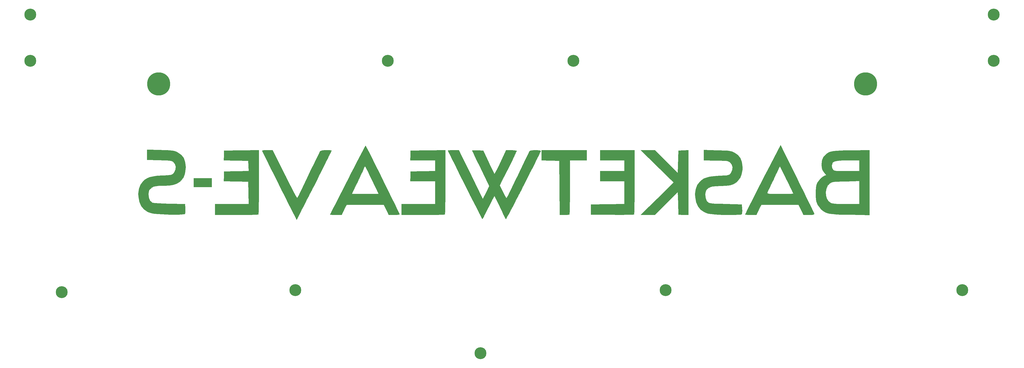
<source format=gbs>
G04 #@! TF.GenerationSoftware,KiCad,Pcbnew,5.1.10-88a1d61d58~90~ubuntu21.04.1*
G04 #@! TF.CreationDate,2021-08-17T12:13:25+02:00*
G04 #@! TF.ProjectId,basketweave_bottom,6261736b-6574-4776-9561-76655f626f74,rev?*
G04 #@! TF.SameCoordinates,Original*
G04 #@! TF.FileFunction,Soldermask,Bot*
G04 #@! TF.FilePolarity,Negative*
%FSLAX46Y46*%
G04 Gerber Fmt 4.6, Leading zero omitted, Abs format (unit mm)*
G04 Created by KiCad (PCBNEW 5.1.10-88a1d61d58~90~ubuntu21.04.1) date 2021-08-17 12:13:25*
%MOMM*%
%LPD*%
G01*
G04 APERTURE LIST*
%ADD10C,0.010000*%
%ADD11C,0.100000*%
%ADD12C,4.502000*%
%ADD13C,8.702000*%
G04 APERTURE END LIST*
D10*
G36*
X106641900Y-128208561D02*
G01*
X100101400Y-128276350D01*
X100026889Y-130112077D01*
X99952378Y-131947805D01*
X104598889Y-132017077D01*
X109245400Y-132086350D01*
X109319481Y-134049079D01*
X109393561Y-136011808D01*
X104747481Y-136081079D01*
X100101400Y-136150350D01*
X100026889Y-137986077D01*
X99952378Y-139821805D01*
X104598889Y-139891077D01*
X109245400Y-139960350D01*
X109315042Y-144214850D01*
X109384683Y-148469350D01*
X96672400Y-148469350D01*
X96672400Y-152533350D01*
X104758067Y-152533350D01*
X106736246Y-152528217D01*
X108549732Y-152513668D01*
X110136563Y-152490972D01*
X111434772Y-152461401D01*
X112382395Y-152426226D01*
X112917468Y-152386717D01*
X113013067Y-152364016D01*
X113047154Y-152083408D01*
X113078948Y-151345153D01*
X113107749Y-150199601D01*
X113132858Y-148697102D01*
X113153577Y-146888007D01*
X113169207Y-144822665D01*
X113179047Y-142551427D01*
X113182400Y-140167728D01*
X113182400Y-128140773D01*
X106641900Y-128208561D01*
G37*
X106641900Y-128208561D02*
X100101400Y-128276350D01*
X100026889Y-130112077D01*
X99952378Y-131947805D01*
X104598889Y-132017077D01*
X109245400Y-132086350D01*
X109319481Y-134049079D01*
X109393561Y-136011808D01*
X104747481Y-136081079D01*
X100101400Y-136150350D01*
X100026889Y-137986077D01*
X99952378Y-139821805D01*
X104598889Y-139891077D01*
X109245400Y-139960350D01*
X109315042Y-144214850D01*
X109384683Y-148469350D01*
X96672400Y-148469350D01*
X96672400Y-152533350D01*
X104758067Y-152533350D01*
X106736246Y-152528217D01*
X108549732Y-152513668D01*
X110136563Y-152490972D01*
X111434772Y-152461401D01*
X112382395Y-152426226D01*
X112917468Y-152386717D01*
X113013067Y-152364016D01*
X113047154Y-152083408D01*
X113078948Y-151345153D01*
X113107749Y-150199601D01*
X113132858Y-148697102D01*
X113153577Y-146888007D01*
X113169207Y-144822665D01*
X113179047Y-142551427D01*
X113182400Y-140167728D01*
X113182400Y-128140773D01*
X106641900Y-128208561D01*
G36*
X153314717Y-126662183D02*
G01*
X152973357Y-127310227D01*
X152452067Y-128310815D01*
X151775976Y-129615017D01*
X150970210Y-131173901D01*
X150059896Y-132938537D01*
X149070162Y-134859994D01*
X148026135Y-136889342D01*
X146952941Y-138977649D01*
X145875709Y-141075985D01*
X144819565Y-143135418D01*
X143809637Y-145107019D01*
X142871051Y-146941856D01*
X142028935Y-148590998D01*
X141308417Y-150005515D01*
X140734623Y-151136476D01*
X140332680Y-151934950D01*
X140127716Y-152352006D01*
X140106400Y-152401912D01*
X140340950Y-152461285D01*
X140966885Y-152506704D01*
X141867642Y-152531079D01*
X142267480Y-152533350D01*
X144428559Y-152533350D01*
X146313797Y-148723350D01*
X160315004Y-148723350D01*
X162200242Y-152533350D01*
X164234321Y-152533350D01*
X165178478Y-152508531D01*
X165889659Y-152442573D01*
X166247750Y-152348219D01*
X166268400Y-152317530D01*
X166160016Y-152053972D01*
X165851075Y-151390232D01*
X165365898Y-150375456D01*
X164728805Y-149058792D01*
X163964115Y-147489385D01*
X163096148Y-145716383D01*
X162576847Y-144659350D01*
X158377762Y-144659350D01*
X148257771Y-144659350D01*
X150430839Y-140150850D01*
X151119168Y-138714127D01*
X151744338Y-137393035D01*
X152267307Y-136271365D01*
X152649033Y-135432909D01*
X152850473Y-134961458D01*
X152857001Y-134943850D01*
X153087632Y-134445880D01*
X153275748Y-134247667D01*
X153375375Y-134344862D01*
X153567138Y-134659183D01*
X153869172Y-135227233D01*
X154299613Y-136085614D01*
X154876596Y-137270931D01*
X155618255Y-138819785D01*
X156542727Y-140768781D01*
X157270202Y-142309850D01*
X158377762Y-144659350D01*
X162576847Y-144659350D01*
X162149225Y-143788932D01*
X161147664Y-141756178D01*
X160115787Y-139667268D01*
X159077912Y-137571350D01*
X158058360Y-135517569D01*
X157081450Y-133555072D01*
X156171502Y-131733005D01*
X155352837Y-130100516D01*
X154649774Y-128706751D01*
X154086633Y-127600857D01*
X153687733Y-126831979D01*
X153477395Y-126449266D01*
X153451020Y-126415614D01*
X153314717Y-126662183D01*
G37*
X153314717Y-126662183D02*
X152973357Y-127310227D01*
X152452067Y-128310815D01*
X151775976Y-129615017D01*
X150970210Y-131173901D01*
X150059896Y-132938537D01*
X149070162Y-134859994D01*
X148026135Y-136889342D01*
X146952941Y-138977649D01*
X145875709Y-141075985D01*
X144819565Y-143135418D01*
X143809637Y-145107019D01*
X142871051Y-146941856D01*
X142028935Y-148590998D01*
X141308417Y-150005515D01*
X140734623Y-151136476D01*
X140332680Y-151934950D01*
X140127716Y-152352006D01*
X140106400Y-152401912D01*
X140340950Y-152461285D01*
X140966885Y-152506704D01*
X141867642Y-152531079D01*
X142267480Y-152533350D01*
X144428559Y-152533350D01*
X146313797Y-148723350D01*
X160315004Y-148723350D01*
X162200242Y-152533350D01*
X164234321Y-152533350D01*
X165178478Y-152508531D01*
X165889659Y-152442573D01*
X166247750Y-152348219D01*
X166268400Y-152317530D01*
X166160016Y-152053972D01*
X165851075Y-151390232D01*
X165365898Y-150375456D01*
X164728805Y-149058792D01*
X163964115Y-147489385D01*
X163096148Y-145716383D01*
X162576847Y-144659350D01*
X158377762Y-144659350D01*
X148257771Y-144659350D01*
X150430839Y-140150850D01*
X151119168Y-138714127D01*
X151744338Y-137393035D01*
X152267307Y-136271365D01*
X152649033Y-135432909D01*
X152850473Y-134961458D01*
X152857001Y-134943850D01*
X153087632Y-134445880D01*
X153275748Y-134247667D01*
X153375375Y-134344862D01*
X153567138Y-134659183D01*
X153869172Y-135227233D01*
X154299613Y-136085614D01*
X154876596Y-137270931D01*
X155618255Y-138819785D01*
X156542727Y-140768781D01*
X157270202Y-142309850D01*
X158377762Y-144659350D01*
X162576847Y-144659350D01*
X162149225Y-143788932D01*
X161147664Y-141756178D01*
X160115787Y-139667268D01*
X159077912Y-137571350D01*
X158058360Y-135517569D01*
X157081450Y-133555072D01*
X156171502Y-131733005D01*
X155352837Y-130100516D01*
X154649774Y-128706751D01*
X154086633Y-127600857D01*
X153687733Y-126831979D01*
X153477395Y-126449266D01*
X153451020Y-126415614D01*
X153314717Y-126662183D01*
G36*
X176999900Y-128208561D02*
G01*
X170459400Y-128276350D01*
X170384773Y-130117849D01*
X170310145Y-131959349D01*
X175020273Y-131959349D01*
X179730400Y-131959350D01*
X179730400Y-136011890D01*
X170459400Y-136150350D01*
X170384773Y-137991850D01*
X170310145Y-139833350D01*
X179730400Y-139833350D01*
X179730400Y-148469350D01*
X167030400Y-148469350D01*
X167030400Y-152533350D01*
X175116067Y-152533350D01*
X177094246Y-152528217D01*
X178907732Y-152513668D01*
X180494563Y-152490972D01*
X181792772Y-152461401D01*
X182740395Y-152426226D01*
X183275468Y-152386717D01*
X183371067Y-152364016D01*
X183405154Y-152083408D01*
X183436948Y-151345153D01*
X183465749Y-150199601D01*
X183490858Y-148697102D01*
X183511577Y-146888007D01*
X183527207Y-144822665D01*
X183537047Y-142551427D01*
X183540400Y-140167728D01*
X183540400Y-128140773D01*
X176999900Y-128208561D01*
G37*
X176999900Y-128208561D02*
X170459400Y-128276350D01*
X170384773Y-130117849D01*
X170310145Y-131959349D01*
X175020273Y-131959349D01*
X179730400Y-131959350D01*
X179730400Y-136011890D01*
X170459400Y-136150350D01*
X170384773Y-137991850D01*
X170310145Y-139833350D01*
X179730400Y-139833350D01*
X179730400Y-148469350D01*
X167030400Y-148469350D01*
X167030400Y-152533350D01*
X175116067Y-152533350D01*
X177094246Y-152528217D01*
X178907732Y-152513668D01*
X180494563Y-152490972D01*
X181792772Y-152461401D01*
X182740395Y-152426226D01*
X183275468Y-152386717D01*
X183371067Y-152364016D01*
X183405154Y-152083408D01*
X183436948Y-151345153D01*
X183465749Y-150199601D01*
X183490858Y-148697102D01*
X183511577Y-146888007D01*
X183527207Y-144822665D01*
X183537047Y-142551427D01*
X183540400Y-140167728D01*
X183540400Y-128140773D01*
X176999900Y-128208561D01*
G36*
X219862400Y-131944605D02*
G01*
X223227900Y-132015477D01*
X226593400Y-132086350D01*
X226659782Y-142309850D01*
X226726163Y-152533350D01*
X228458949Y-152533350D01*
X229354426Y-152510174D01*
X230037620Y-152449409D01*
X230360882Y-152364201D01*
X230361067Y-152364016D01*
X230398140Y-152081027D01*
X230432409Y-151345131D01*
X230462968Y-150211414D01*
X230488911Y-148734967D01*
X230509330Y-146970876D01*
X230523319Y-144974231D01*
X230529970Y-142800120D01*
X230530400Y-142077016D01*
X230530400Y-131959350D01*
X236880400Y-131959350D01*
X236880400Y-128149350D01*
X219862400Y-128149350D01*
X219862400Y-131944605D01*
G37*
X219862400Y-131944605D02*
X223227900Y-132015477D01*
X226593400Y-132086350D01*
X226659782Y-142309850D01*
X226726163Y-152533350D01*
X228458949Y-152533350D01*
X229354426Y-152510174D01*
X230037620Y-152449409D01*
X230360882Y-152364201D01*
X230361067Y-152364016D01*
X230398140Y-152081027D01*
X230432409Y-151345131D01*
X230462968Y-150211414D01*
X230488911Y-148734967D01*
X230509330Y-146970876D01*
X230523319Y-144974231D01*
X230529970Y-142800120D01*
X230530400Y-142077016D01*
X230530400Y-131959350D01*
X236880400Y-131959350D01*
X236880400Y-128149350D01*
X219862400Y-128149350D01*
X219862400Y-131944605D01*
G36*
X241960400Y-131959350D02*
G01*
X251104400Y-131959350D01*
X251104400Y-136023350D01*
X241960400Y-136023350D01*
X241960400Y-139833350D01*
X251104400Y-139833350D01*
X251104400Y-148460475D01*
X244817900Y-148528412D01*
X238531400Y-148596350D01*
X238531400Y-152406350D01*
X246550062Y-152473355D01*
X248519935Y-152484490D01*
X250325121Y-152484480D01*
X251903354Y-152474130D01*
X253192369Y-152454243D01*
X254129898Y-152425626D01*
X254653677Y-152389081D01*
X254741562Y-152367522D01*
X254776361Y-152086187D01*
X254808819Y-151347233D01*
X254838221Y-150201040D01*
X254863853Y-148697986D01*
X254885000Y-146888451D01*
X254900950Y-144822813D01*
X254910988Y-142551451D01*
X254914400Y-140172016D01*
X254914400Y-128149350D01*
X241960400Y-128149350D01*
X241960400Y-131959350D01*
G37*
X241960400Y-131959350D02*
X251104400Y-131959350D01*
X251104400Y-136023350D01*
X241960400Y-136023350D01*
X241960400Y-139833350D01*
X251104400Y-139833350D01*
X251104400Y-148460475D01*
X244817900Y-148528412D01*
X238531400Y-148596350D01*
X238531400Y-152406350D01*
X246550062Y-152473355D01*
X248519935Y-152484490D01*
X250325121Y-152484480D01*
X251903354Y-152474130D01*
X253192369Y-152454243D01*
X254129898Y-152425626D01*
X254653677Y-152389081D01*
X254741562Y-152367522D01*
X254776361Y-152086187D01*
X254808819Y-151347233D01*
X254838221Y-150201040D01*
X254863853Y-148697986D01*
X254885000Y-146888451D01*
X254900950Y-144822813D01*
X254910988Y-142551451D01*
X254914400Y-140172016D01*
X254914400Y-128149350D01*
X241960400Y-128149350D01*
X241960400Y-131959350D01*
G36*
X271551400Y-128276350D02*
G01*
X271297400Y-136792532D01*
X266982203Y-132470941D01*
X262667005Y-128149349D01*
X259997203Y-128162650D01*
X257327400Y-128175950D01*
X269773400Y-140353414D01*
X263550400Y-146431245D01*
X257327400Y-152509075D01*
X259997203Y-152521212D01*
X262667005Y-152533350D01*
X266982203Y-148211758D01*
X271297400Y-143890167D01*
X271424400Y-148148258D01*
X271551400Y-152406350D01*
X273392900Y-152480977D01*
X275234400Y-152555605D01*
X275234400Y-128127094D01*
X271551400Y-128276350D01*
G37*
X271551400Y-128276350D02*
X271297400Y-136792532D01*
X266982203Y-132470941D01*
X262667005Y-128149349D01*
X259997203Y-128162650D01*
X257327400Y-128175950D01*
X269773400Y-140353414D01*
X263550400Y-146431245D01*
X257327400Y-152509075D01*
X259997203Y-152521212D01*
X262667005Y-152533350D01*
X266982203Y-148211758D01*
X271297400Y-143890167D01*
X271424400Y-148148258D01*
X271551400Y-152406350D01*
X273392900Y-152480977D01*
X275234400Y-152555605D01*
X275234400Y-128127094D01*
X271551400Y-128276350D01*
G36*
X281076400Y-131910006D02*
G01*
X285630141Y-131998178D01*
X287279575Y-132034791D01*
X288501585Y-132077694D01*
X289376740Y-132136263D01*
X289985605Y-132219878D01*
X290408750Y-132337915D01*
X290726740Y-132499755D01*
X290884626Y-132609804D01*
X291602491Y-133435456D01*
X291926442Y-134467047D01*
X291849666Y-135581558D01*
X291365354Y-136655969D01*
X291125918Y-136968051D01*
X290869156Y-137244334D01*
X290592812Y-137439924D01*
X290204352Y-137573872D01*
X289611244Y-137665227D01*
X288720955Y-137733038D01*
X287440950Y-137796357D01*
X287009739Y-137815453D01*
X285008947Y-137940044D01*
X283425860Y-138134324D01*
X282172070Y-138424238D01*
X281159169Y-138835730D01*
X280298748Y-139394745D01*
X279651570Y-139974812D01*
X278646521Y-141286446D01*
X278038385Y-142836066D01*
X277812714Y-144670717D01*
X277848397Y-145845259D01*
X278174659Y-147753770D01*
X278854087Y-149309151D01*
X279913456Y-150547545D01*
X281379542Y-151505096D01*
X282346400Y-151916889D01*
X282989335Y-152068785D01*
X283989334Y-152202745D01*
X285263444Y-152316829D01*
X286728714Y-152409095D01*
X288302192Y-152477603D01*
X289900924Y-152520412D01*
X291441958Y-152535582D01*
X292842343Y-152521170D01*
X294019126Y-152475238D01*
X294889354Y-152395844D01*
X295370076Y-152281046D01*
X295435389Y-152223123D01*
X295500074Y-151781687D01*
X295522824Y-151012397D01*
X295503975Y-150220596D01*
X295427400Y-148596350D01*
X289458400Y-148469350D01*
X287256963Y-148411492D01*
X285534364Y-148340858D01*
X284261556Y-148255439D01*
X283409490Y-148153228D01*
X282949119Y-148032216D01*
X282920530Y-148017320D01*
X282202213Y-147325938D01*
X281744254Y-146265158D01*
X281584400Y-144929970D01*
X281649128Y-144024472D01*
X281898737Y-143371709D01*
X282282900Y-142871872D01*
X282846077Y-142371737D01*
X283555077Y-142017175D01*
X284498026Y-141787280D01*
X285763048Y-141661147D01*
X287438268Y-141617870D01*
X287570799Y-141617409D01*
X289488613Y-141545496D01*
X291010355Y-141320827D01*
X292232565Y-140914741D01*
X293251783Y-140298573D01*
X293878459Y-139744659D01*
X294783536Y-138581986D01*
X295350393Y-137204037D01*
X295607711Y-135524680D01*
X295628483Y-134488789D01*
X295427856Y-132660756D01*
X294871518Y-131178096D01*
X293934674Y-130000751D01*
X292592531Y-129088662D01*
X292159039Y-128883379D01*
X291652074Y-128679980D01*
X291128339Y-128527073D01*
X290500642Y-128415035D01*
X289681794Y-128334242D01*
X288584602Y-128275072D01*
X287121878Y-128227900D01*
X285965900Y-128199841D01*
X281076400Y-128089138D01*
X281076400Y-131910006D01*
G37*
X281076400Y-131910006D02*
X285630141Y-131998178D01*
X287279575Y-132034791D01*
X288501585Y-132077694D01*
X289376740Y-132136263D01*
X289985605Y-132219878D01*
X290408750Y-132337915D01*
X290726740Y-132499755D01*
X290884626Y-132609804D01*
X291602491Y-133435456D01*
X291926442Y-134467047D01*
X291849666Y-135581558D01*
X291365354Y-136655969D01*
X291125918Y-136968051D01*
X290869156Y-137244334D01*
X290592812Y-137439924D01*
X290204352Y-137573872D01*
X289611244Y-137665227D01*
X288720955Y-137733038D01*
X287440950Y-137796357D01*
X287009739Y-137815453D01*
X285008947Y-137940044D01*
X283425860Y-138134324D01*
X282172070Y-138424238D01*
X281159169Y-138835730D01*
X280298748Y-139394745D01*
X279651570Y-139974812D01*
X278646521Y-141286446D01*
X278038385Y-142836066D01*
X277812714Y-144670717D01*
X277848397Y-145845259D01*
X278174659Y-147753770D01*
X278854087Y-149309151D01*
X279913456Y-150547545D01*
X281379542Y-151505096D01*
X282346400Y-151916889D01*
X282989335Y-152068785D01*
X283989334Y-152202745D01*
X285263444Y-152316829D01*
X286728714Y-152409095D01*
X288302192Y-152477603D01*
X289900924Y-152520412D01*
X291441958Y-152535582D01*
X292842343Y-152521170D01*
X294019126Y-152475238D01*
X294889354Y-152395844D01*
X295370076Y-152281046D01*
X295435389Y-152223123D01*
X295500074Y-151781687D01*
X295522824Y-151012397D01*
X295503975Y-150220596D01*
X295427400Y-148596350D01*
X289458400Y-148469350D01*
X287256963Y-148411492D01*
X285534364Y-148340858D01*
X284261556Y-148255439D01*
X283409490Y-148153228D01*
X282949119Y-148032216D01*
X282920530Y-148017320D01*
X282202213Y-147325938D01*
X281744254Y-146265158D01*
X281584400Y-144929970D01*
X281649128Y-144024472D01*
X281898737Y-143371709D01*
X282282900Y-142871872D01*
X282846077Y-142371737D01*
X283555077Y-142017175D01*
X284498026Y-141787280D01*
X285763048Y-141661147D01*
X287438268Y-141617870D01*
X287570799Y-141617409D01*
X289488613Y-141545496D01*
X291010355Y-141320827D01*
X292232565Y-140914741D01*
X293251783Y-140298573D01*
X293878459Y-139744659D01*
X294783536Y-138581986D01*
X295350393Y-137204037D01*
X295607711Y-135524680D01*
X295628483Y-134488789D01*
X295427856Y-132660756D01*
X294871518Y-131178096D01*
X293934674Y-130000751D01*
X292592531Y-129088662D01*
X292159039Y-128883379D01*
X291652074Y-128679980D01*
X291128339Y-128527073D01*
X290500642Y-128415035D01*
X289681794Y-128334242D01*
X288584602Y-128275072D01*
X287121878Y-128227900D01*
X285965900Y-128199841D01*
X281076400Y-128089138D01*
X281076400Y-131910006D01*
G36*
X305108528Y-135784973D02*
G01*
X303979348Y-137979790D01*
X302851105Y-140173196D01*
X301760987Y-142292865D01*
X300746181Y-144266475D01*
X299843874Y-146021703D01*
X299091251Y-147486224D01*
X298525502Y-148587715D01*
X298427388Y-148778858D01*
X297820367Y-149986062D01*
X297319361Y-151029645D01*
X296961106Y-151829184D01*
X296782338Y-152304257D01*
X296774076Y-152398358D01*
X297074916Y-152462047D01*
X297751067Y-152509550D01*
X298669899Y-152532448D01*
X298900813Y-152533350D01*
X300892559Y-152533350D01*
X302777797Y-148723350D01*
X316779004Y-148723350D01*
X318664242Y-152533350D01*
X320698321Y-152533350D01*
X321769564Y-152511100D01*
X322410618Y-152435758D01*
X322697701Y-152294430D01*
X322732400Y-152189301D01*
X322622039Y-151903882D01*
X322304529Y-151206247D01*
X321800227Y-150138385D01*
X321129494Y-148742286D01*
X320312687Y-147059940D01*
X319370167Y-145133339D01*
X319093847Y-144571966D01*
X314858400Y-144571966D01*
X314617215Y-144598802D01*
X313944907Y-144622300D01*
X312918352Y-144641111D01*
X311614424Y-144653883D01*
X310109996Y-144659263D01*
X309888284Y-144659350D01*
X308185772Y-144657895D01*
X306927239Y-144648832D01*
X306048664Y-144625111D01*
X305486027Y-144579681D01*
X305175307Y-144505492D01*
X305052483Y-144395495D01*
X305053536Y-144242640D01*
X305086009Y-144130526D01*
X305244072Y-143748118D01*
X305588264Y-142986349D01*
X306082512Y-141922682D01*
X306690742Y-140634582D01*
X307376880Y-139199515D01*
X307540366Y-138860026D01*
X309826881Y-134118350D01*
X312342641Y-139301466D01*
X313063973Y-140791280D01*
X313704541Y-142121339D01*
X314233025Y-143226029D01*
X314618105Y-144039734D01*
X314828461Y-144496838D01*
X314858400Y-144571966D01*
X319093847Y-144571966D01*
X318322291Y-143004471D01*
X317189418Y-140715326D01*
X316366882Y-139060424D01*
X310001364Y-126275597D01*
X305108528Y-135784973D01*
G37*
X305108528Y-135784973D02*
X303979348Y-137979790D01*
X302851105Y-140173196D01*
X301760987Y-142292865D01*
X300746181Y-144266475D01*
X299843874Y-146021703D01*
X299091251Y-147486224D01*
X298525502Y-148587715D01*
X298427388Y-148778858D01*
X297820367Y-149986062D01*
X297319361Y-151029645D01*
X296961106Y-151829184D01*
X296782338Y-152304257D01*
X296774076Y-152398358D01*
X297074916Y-152462047D01*
X297751067Y-152509550D01*
X298669899Y-152532448D01*
X298900813Y-152533350D01*
X300892559Y-152533350D01*
X302777797Y-148723350D01*
X316779004Y-148723350D01*
X318664242Y-152533350D01*
X320698321Y-152533350D01*
X321769564Y-152511100D01*
X322410618Y-152435758D01*
X322697701Y-152294430D01*
X322732400Y-152189301D01*
X322622039Y-151903882D01*
X322304529Y-151206247D01*
X321800227Y-150138385D01*
X321129494Y-148742286D01*
X320312687Y-147059940D01*
X319370167Y-145133339D01*
X319093847Y-144571966D01*
X314858400Y-144571966D01*
X314617215Y-144598802D01*
X313944907Y-144622300D01*
X312918352Y-144641111D01*
X311614424Y-144653883D01*
X310109996Y-144659263D01*
X309888284Y-144659350D01*
X308185772Y-144657895D01*
X306927239Y-144648832D01*
X306048664Y-144625111D01*
X305486027Y-144579681D01*
X305175307Y-144505492D01*
X305052483Y-144395495D01*
X305053536Y-144242640D01*
X305086009Y-144130526D01*
X305244072Y-143748118D01*
X305588264Y-142986349D01*
X306082512Y-141922682D01*
X306690742Y-140634582D01*
X307376880Y-139199515D01*
X307540366Y-138860026D01*
X309826881Y-134118350D01*
X312342641Y-139301466D01*
X313063973Y-140791280D01*
X313704541Y-142121339D01*
X314233025Y-143226029D01*
X314618105Y-144039734D01*
X314828461Y-144496838D01*
X314858400Y-144571966D01*
X319093847Y-144571966D01*
X318322291Y-143004471D01*
X317189418Y-140715326D01*
X316366882Y-139060424D01*
X310001364Y-126275597D01*
X305108528Y-135784973D01*
G36*
X336765900Y-128214832D02*
G01*
X334502782Y-128256597D01*
X332684152Y-128308582D01*
X331246498Y-128380886D01*
X330126308Y-128483608D01*
X329260071Y-128626848D01*
X328584275Y-128820707D01*
X328035407Y-129075283D01*
X327549957Y-129400677D01*
X327132623Y-129746737D01*
X326237948Y-130745247D01*
X325722195Y-131892899D01*
X325530665Y-133321558D01*
X325526400Y-133618890D01*
X325602290Y-134792969D01*
X325882914Y-135687279D01*
X326447701Y-136514354D01*
X326724301Y-136824158D01*
X327352132Y-137497967D01*
X326803577Y-137672072D01*
X326028356Y-138093516D01*
X325177350Y-138824698D01*
X324400619Y-139720321D01*
X323940419Y-140444301D01*
X323623739Y-141238707D01*
X323419803Y-142243104D01*
X323301759Y-143596281D01*
X323291691Y-143797151D01*
X323295979Y-145761957D01*
X323533305Y-147358992D01*
X324032892Y-148685806D01*
X324823961Y-149839948D01*
X325233776Y-150280336D01*
X325803965Y-150820818D01*
X326362369Y-151258382D01*
X326970001Y-151605007D01*
X327687871Y-151872668D01*
X328576991Y-152073343D01*
X329698372Y-152219011D01*
X331113026Y-152321647D01*
X332881964Y-152393231D01*
X335066198Y-152445738D01*
X336384900Y-152469454D01*
X343560400Y-152590190D01*
X343560400Y-148469350D01*
X339750400Y-148469350D01*
X334772287Y-148469350D01*
X332975466Y-148462534D01*
X331609866Y-148438390D01*
X330598843Y-148391369D01*
X329865756Y-148315922D01*
X329333962Y-148206502D01*
X328926817Y-148057560D01*
X328898066Y-148044118D01*
X328034399Y-147373827D01*
X327440228Y-146386208D01*
X327117242Y-145195611D01*
X327067133Y-143916384D01*
X327291592Y-142662878D01*
X327792311Y-141549442D01*
X328570979Y-140690424D01*
X328787126Y-140542368D01*
X329137563Y-140345088D01*
X329514497Y-140196699D01*
X329997069Y-140088285D01*
X330664417Y-140010931D01*
X331595681Y-139955722D01*
X332870000Y-139913743D01*
X334566514Y-139876078D01*
X334730499Y-139872834D01*
X339750400Y-139774036D01*
X339750400Y-148469350D01*
X343560400Y-148469350D01*
X343560400Y-131959350D01*
X339750400Y-131959350D01*
X339750400Y-136023350D01*
X335051400Y-136023350D01*
X333386102Y-136019783D01*
X332152955Y-136004152D01*
X331276133Y-135969058D01*
X330679807Y-135907104D01*
X330288151Y-135810891D01*
X330025338Y-135673023D01*
X329844400Y-135515350D01*
X329448990Y-134805205D01*
X329346422Y-133899161D01*
X329560806Y-133032417D01*
X329585039Y-132985368D01*
X329881666Y-132628291D01*
X330379132Y-132359568D01*
X331138633Y-132168757D01*
X332221368Y-132045412D01*
X333688533Y-131979091D01*
X335597303Y-131959350D01*
X339750400Y-131959350D01*
X343560400Y-131959350D01*
X343560400Y-128106341D01*
X336765900Y-128214832D01*
G37*
X336765900Y-128214832D02*
X334502782Y-128256597D01*
X332684152Y-128308582D01*
X331246498Y-128380886D01*
X330126308Y-128483608D01*
X329260071Y-128626848D01*
X328584275Y-128820707D01*
X328035407Y-129075283D01*
X327549957Y-129400677D01*
X327132623Y-129746737D01*
X326237948Y-130745247D01*
X325722195Y-131892899D01*
X325530665Y-133321558D01*
X325526400Y-133618890D01*
X325602290Y-134792969D01*
X325882914Y-135687279D01*
X326447701Y-136514354D01*
X326724301Y-136824158D01*
X327352132Y-137497967D01*
X326803577Y-137672072D01*
X326028356Y-138093516D01*
X325177350Y-138824698D01*
X324400619Y-139720321D01*
X323940419Y-140444301D01*
X323623739Y-141238707D01*
X323419803Y-142243104D01*
X323301759Y-143596281D01*
X323291691Y-143797151D01*
X323295979Y-145761957D01*
X323533305Y-147358992D01*
X324032892Y-148685806D01*
X324823961Y-149839948D01*
X325233776Y-150280336D01*
X325803965Y-150820818D01*
X326362369Y-151258382D01*
X326970001Y-151605007D01*
X327687871Y-151872668D01*
X328576991Y-152073343D01*
X329698372Y-152219011D01*
X331113026Y-152321647D01*
X332881964Y-152393231D01*
X335066198Y-152445738D01*
X336384900Y-152469454D01*
X343560400Y-152590190D01*
X343560400Y-148469350D01*
X339750400Y-148469350D01*
X334772287Y-148469350D01*
X332975466Y-148462534D01*
X331609866Y-148438390D01*
X330598843Y-148391369D01*
X329865756Y-148315922D01*
X329333962Y-148206502D01*
X328926817Y-148057560D01*
X328898066Y-148044118D01*
X328034399Y-147373827D01*
X327440228Y-146386208D01*
X327117242Y-145195611D01*
X327067133Y-143916384D01*
X327291592Y-142662878D01*
X327792311Y-141549442D01*
X328570979Y-140690424D01*
X328787126Y-140542368D01*
X329137563Y-140345088D01*
X329514497Y-140196699D01*
X329997069Y-140088285D01*
X330664417Y-140010931D01*
X331595681Y-139955722D01*
X332870000Y-139913743D01*
X334566514Y-139876078D01*
X334730499Y-139872834D01*
X339750400Y-139774036D01*
X339750400Y-148469350D01*
X343560400Y-148469350D01*
X343560400Y-131959350D01*
X339750400Y-131959350D01*
X339750400Y-136023350D01*
X335051400Y-136023350D01*
X333386102Y-136019783D01*
X332152955Y-136004152D01*
X331276133Y-135969058D01*
X330679807Y-135907104D01*
X330288151Y-135810891D01*
X330025338Y-135673023D01*
X329844400Y-135515350D01*
X329448990Y-134805205D01*
X329346422Y-133899161D01*
X329560806Y-133032417D01*
X329585039Y-132985368D01*
X329881666Y-132628291D01*
X330379132Y-132359568D01*
X331138633Y-132168757D01*
X332221368Y-132045412D01*
X333688533Y-131979091D01*
X335597303Y-131959350D01*
X339750400Y-131959350D01*
X343560400Y-131959350D01*
X343560400Y-128106341D01*
X336765900Y-128214832D01*
G36*
X138090816Y-128170608D02*
G01*
X137262423Y-128242956D01*
X136638772Y-128348751D01*
X136370950Y-128466849D01*
X136209913Y-128761223D01*
X135856206Y-129461773D01*
X135335475Y-130515977D01*
X134673366Y-131871316D01*
X133895527Y-133475268D01*
X133027603Y-135275314D01*
X132095240Y-137218933D01*
X131998882Y-137420350D01*
X131064800Y-139368751D01*
X130195548Y-141173089D01*
X129416241Y-142781897D01*
X128751994Y-144143710D01*
X128227923Y-145207062D01*
X127869141Y-145920488D01*
X127700764Y-146232521D01*
X127694822Y-146240261D01*
X127547798Y-146061399D01*
X127200962Y-145473768D01*
X126679112Y-144524247D01*
X126007049Y-143259713D01*
X125209573Y-141727044D01*
X124311483Y-139973117D01*
X123337580Y-138044810D01*
X122958110Y-137286761D01*
X118395044Y-128149350D01*
X116405098Y-128149349D01*
X115347809Y-128172865D01*
X114734044Y-128250366D01*
X114501195Y-128392287D01*
X114499978Y-128466849D01*
X114625857Y-128745506D01*
X114953369Y-129422697D01*
X115457804Y-130449189D01*
X116114456Y-131775753D01*
X116898613Y-133353156D01*
X117785569Y-135132168D01*
X118750615Y-137063557D01*
X119769041Y-139098091D01*
X120816139Y-141186540D01*
X121867201Y-143279673D01*
X122897517Y-145328258D01*
X123882380Y-147283063D01*
X124797080Y-149094858D01*
X125616908Y-150714411D01*
X126317157Y-152092491D01*
X126873117Y-153179867D01*
X127260080Y-153927307D01*
X127453336Y-154285580D01*
X127470399Y-154310017D01*
X127593404Y-154089780D01*
X127925002Y-153456384D01*
X128444627Y-152450045D01*
X129131715Y-151110981D01*
X129965699Y-149479410D01*
X130926017Y-147595550D01*
X131992102Y-145499616D01*
X133143389Y-143231828D01*
X134073900Y-141396000D01*
X135276726Y-139018452D01*
X136408000Y-136776814D01*
X137447298Y-134711931D01*
X138374195Y-132864648D01*
X139168265Y-131275812D01*
X139809084Y-129986268D01*
X140276227Y-129036860D01*
X140549270Y-128468436D01*
X140614400Y-128316332D01*
X140385742Y-128204569D01*
X139794345Y-128146382D01*
X138982079Y-128136739D01*
X138090816Y-128170608D01*
G37*
X138090816Y-128170608D02*
X137262423Y-128242956D01*
X136638772Y-128348751D01*
X136370950Y-128466849D01*
X136209913Y-128761223D01*
X135856206Y-129461773D01*
X135335475Y-130515977D01*
X134673366Y-131871316D01*
X133895527Y-133475268D01*
X133027603Y-135275314D01*
X132095240Y-137218933D01*
X131998882Y-137420350D01*
X131064800Y-139368751D01*
X130195548Y-141173089D01*
X129416241Y-142781897D01*
X128751994Y-144143710D01*
X128227923Y-145207062D01*
X127869141Y-145920488D01*
X127700764Y-146232521D01*
X127694822Y-146240261D01*
X127547798Y-146061399D01*
X127200962Y-145473768D01*
X126679112Y-144524247D01*
X126007049Y-143259713D01*
X125209573Y-141727044D01*
X124311483Y-139973117D01*
X123337580Y-138044810D01*
X122958110Y-137286761D01*
X118395044Y-128149350D01*
X116405098Y-128149349D01*
X115347809Y-128172865D01*
X114734044Y-128250366D01*
X114501195Y-128392287D01*
X114499978Y-128466849D01*
X114625857Y-128745506D01*
X114953369Y-129422697D01*
X115457804Y-130449189D01*
X116114456Y-131775753D01*
X116898613Y-133353156D01*
X117785569Y-135132168D01*
X118750615Y-137063557D01*
X119769041Y-139098091D01*
X120816139Y-141186540D01*
X121867201Y-143279673D01*
X122897517Y-145328258D01*
X123882380Y-147283063D01*
X124797080Y-149094858D01*
X125616908Y-150714411D01*
X126317157Y-152092491D01*
X126873117Y-153179867D01*
X127260080Y-153927307D01*
X127453336Y-154285580D01*
X127470399Y-154310017D01*
X127593404Y-154089780D01*
X127925002Y-153456384D01*
X128444627Y-152450045D01*
X129131715Y-151110981D01*
X129965699Y-149479410D01*
X130926017Y-147595550D01*
X131992102Y-145499616D01*
X133143389Y-143231828D01*
X134073900Y-141396000D01*
X135276726Y-139018452D01*
X136408000Y-136776814D01*
X137447298Y-134711931D01*
X138374195Y-132864648D01*
X139168265Y-131275812D01*
X139809084Y-129986268D01*
X140276227Y-129036860D01*
X140549270Y-128468436D01*
X140614400Y-128316332D01*
X140385742Y-128204569D01*
X139794345Y-128146382D01*
X138982079Y-128136739D01*
X138090816Y-128170608D01*
G36*
X216354516Y-128192279D02*
G01*
X215705863Y-128301153D01*
X215374873Y-128464623D01*
X215373430Y-128466850D01*
X215221290Y-128760930D01*
X214875181Y-129460746D01*
X214360562Y-130513868D01*
X213702895Y-131867867D01*
X212927638Y-133470313D01*
X212060251Y-135268778D01*
X211126195Y-137210831D01*
X211025573Y-137420350D01*
X210087679Y-139368393D01*
X209214251Y-141172691D01*
X208430557Y-142781789D01*
X207761864Y-144144232D01*
X207233440Y-145208566D01*
X206870550Y-145923336D01*
X206698464Y-146237088D01*
X206692055Y-146245128D01*
X206513174Y-146109993D01*
X206171010Y-145599121D01*
X205717401Y-144796979D01*
X205282530Y-143948424D01*
X204059617Y-141462942D01*
X207262009Y-135062099D01*
X208091516Y-133395344D01*
X208841180Y-131872194D01*
X209482030Y-130552873D01*
X209985095Y-129497603D01*
X210321403Y-128766606D01*
X210461984Y-128420106D01*
X210464400Y-128405303D01*
X210226483Y-128276629D01*
X209575583Y-128187432D01*
X208605982Y-128149821D01*
X208471844Y-128149350D01*
X206479287Y-128149350D01*
X204360013Y-132724318D01*
X203705681Y-134107771D01*
X203114014Y-135303902D01*
X202619795Y-136246803D01*
X202257807Y-136870566D01*
X202062832Y-137109282D01*
X202047686Y-137105818D01*
X201884451Y-136823613D01*
X201546762Y-136155297D01*
X201071465Y-135176728D01*
X200495406Y-133963767D01*
X199856393Y-132594350D01*
X197858152Y-128276350D01*
X195779276Y-128202577D01*
X194824153Y-128184458D01*
X194100414Y-128200765D01*
X193726698Y-128247707D01*
X193700400Y-128269006D01*
X193807412Y-128524485D01*
X194109903Y-129177933D01*
X194580054Y-130171029D01*
X195190049Y-131445450D01*
X195912069Y-132942874D01*
X196718297Y-134604977D01*
X196924061Y-135027718D01*
X200147722Y-141646229D01*
X198917085Y-144105289D01*
X197686448Y-146564350D01*
X193166596Y-137356850D01*
X188646743Y-128149350D01*
X186601572Y-128149350D01*
X185654504Y-128163805D01*
X184940138Y-128202236D01*
X184578298Y-128257242D01*
X184556400Y-128275687D01*
X184666571Y-128534618D01*
X184980555Y-129194456D01*
X185473562Y-130205882D01*
X186120802Y-131519574D01*
X186897485Y-133086212D01*
X187778821Y-134856476D01*
X188740019Y-136781046D01*
X189756290Y-138810601D01*
X190802842Y-140895820D01*
X191854886Y-142987383D01*
X192887631Y-145035970D01*
X193876287Y-146992260D01*
X194796065Y-148806933D01*
X195622173Y-150430668D01*
X196329821Y-151814144D01*
X196894219Y-152908042D01*
X197290578Y-153663041D01*
X197494106Y-154029821D01*
X197515200Y-154057350D01*
X197664625Y-153840985D01*
X198000629Y-153238670D01*
X198486141Y-152320576D01*
X199084090Y-151156872D01*
X199757406Y-149817728D01*
X199796400Y-149739350D01*
X200472722Y-148392725D01*
X201075650Y-147217856D01*
X201568143Y-146284851D01*
X201913156Y-145663817D01*
X202073645Y-145424864D01*
X202076430Y-145424201D01*
X202221257Y-145643585D01*
X202543773Y-146251931D01*
X203007921Y-147177359D01*
X203577641Y-148347987D01*
X204210648Y-149678701D01*
X204853137Y-151035506D01*
X205427345Y-152232724D01*
X205896354Y-153194614D01*
X206223244Y-153845435D01*
X206369648Y-154107913D01*
X206510244Y-153921271D01*
X206858373Y-153320689D01*
X207393054Y-152345929D01*
X208093304Y-151036752D01*
X208938142Y-149432918D01*
X209906585Y-147574190D01*
X210977652Y-145500329D01*
X212130361Y-143251095D01*
X213004400Y-141534913D01*
X214205546Y-139167651D01*
X215337299Y-136931928D01*
X216378719Y-134869465D01*
X217308865Y-133021985D01*
X218106797Y-131431210D01*
X218751572Y-130138861D01*
X219222250Y-129186660D01*
X219497889Y-128616330D01*
X219563525Y-128466849D01*
X219383358Y-128302743D01*
X218835253Y-128193233D01*
X218056331Y-128138319D01*
X217183712Y-128138001D01*
X216354516Y-128192279D01*
G37*
X216354516Y-128192279D02*
X215705863Y-128301153D01*
X215374873Y-128464623D01*
X215373430Y-128466850D01*
X215221290Y-128760930D01*
X214875181Y-129460746D01*
X214360562Y-130513868D01*
X213702895Y-131867867D01*
X212927638Y-133470313D01*
X212060251Y-135268778D01*
X211126195Y-137210831D01*
X211025573Y-137420350D01*
X210087679Y-139368393D01*
X209214251Y-141172691D01*
X208430557Y-142781789D01*
X207761864Y-144144232D01*
X207233440Y-145208566D01*
X206870550Y-145923336D01*
X206698464Y-146237088D01*
X206692055Y-146245128D01*
X206513174Y-146109993D01*
X206171010Y-145599121D01*
X205717401Y-144796979D01*
X205282530Y-143948424D01*
X204059617Y-141462942D01*
X207262009Y-135062099D01*
X208091516Y-133395344D01*
X208841180Y-131872194D01*
X209482030Y-130552873D01*
X209985095Y-129497603D01*
X210321403Y-128766606D01*
X210461984Y-128420106D01*
X210464400Y-128405303D01*
X210226483Y-128276629D01*
X209575583Y-128187432D01*
X208605982Y-128149821D01*
X208471844Y-128149350D01*
X206479287Y-128149350D01*
X204360013Y-132724318D01*
X203705681Y-134107771D01*
X203114014Y-135303902D01*
X202619795Y-136246803D01*
X202257807Y-136870566D01*
X202062832Y-137109282D01*
X202047686Y-137105818D01*
X201884451Y-136823613D01*
X201546762Y-136155297D01*
X201071465Y-135176728D01*
X200495406Y-133963767D01*
X199856393Y-132594350D01*
X197858152Y-128276350D01*
X195779276Y-128202577D01*
X194824153Y-128184458D01*
X194100414Y-128200765D01*
X193726698Y-128247707D01*
X193700400Y-128269006D01*
X193807412Y-128524485D01*
X194109903Y-129177933D01*
X194580054Y-130171029D01*
X195190049Y-131445450D01*
X195912069Y-132942874D01*
X196718297Y-134604977D01*
X196924061Y-135027718D01*
X200147722Y-141646229D01*
X198917085Y-144105289D01*
X197686448Y-146564350D01*
X193166596Y-137356850D01*
X188646743Y-128149350D01*
X186601572Y-128149350D01*
X185654504Y-128163805D01*
X184940138Y-128202236D01*
X184578298Y-128257242D01*
X184556400Y-128275687D01*
X184666571Y-128534618D01*
X184980555Y-129194456D01*
X185473562Y-130205882D01*
X186120802Y-131519574D01*
X186897485Y-133086212D01*
X187778821Y-134856476D01*
X188740019Y-136781046D01*
X189756290Y-138810601D01*
X190802842Y-140895820D01*
X191854886Y-142987383D01*
X192887631Y-145035970D01*
X193876287Y-146992260D01*
X194796065Y-148806933D01*
X195622173Y-150430668D01*
X196329821Y-151814144D01*
X196894219Y-152908042D01*
X197290578Y-153663041D01*
X197494106Y-154029821D01*
X197515200Y-154057350D01*
X197664625Y-153840985D01*
X198000629Y-153238670D01*
X198486141Y-152320576D01*
X199084090Y-151156872D01*
X199757406Y-149817728D01*
X199796400Y-149739350D01*
X200472722Y-148392725D01*
X201075650Y-147217856D01*
X201568143Y-146284851D01*
X201913156Y-145663817D01*
X202073645Y-145424864D01*
X202076430Y-145424201D01*
X202221257Y-145643585D01*
X202543773Y-146251931D01*
X203007921Y-147177359D01*
X203577641Y-148347987D01*
X204210648Y-149678701D01*
X204853137Y-151035506D01*
X205427345Y-152232724D01*
X205896354Y-153194614D01*
X206223244Y-153845435D01*
X206369648Y-154107913D01*
X206510244Y-153921271D01*
X206858373Y-153320689D01*
X207393054Y-152345929D01*
X208093304Y-151036752D01*
X208938142Y-149432918D01*
X209906585Y-147574190D01*
X210977652Y-145500329D01*
X212130361Y-143251095D01*
X213004400Y-141534913D01*
X214205546Y-139167651D01*
X215337299Y-136931928D01*
X216378719Y-134869465D01*
X217308865Y-133021985D01*
X218106797Y-131431210D01*
X218751572Y-130138861D01*
X219222250Y-129186660D01*
X219497889Y-128616330D01*
X219563525Y-128466849D01*
X219383358Y-128302743D01*
X218835253Y-128193233D01*
X218056331Y-128138319D01*
X217183712Y-128138001D01*
X216354516Y-128192279D01*
G36*
X71008415Y-131783006D02*
G01*
X75562156Y-131871178D01*
X77211590Y-131907791D01*
X78433600Y-131950694D01*
X79308755Y-132009263D01*
X79917620Y-132092878D01*
X80340765Y-132210915D01*
X80658755Y-132372755D01*
X80816641Y-132482804D01*
X81534506Y-133308456D01*
X81858457Y-134340047D01*
X81781681Y-135454558D01*
X81297369Y-136528969D01*
X81057933Y-136841051D01*
X80801171Y-137117334D01*
X80524827Y-137312924D01*
X80136367Y-137446872D01*
X79543259Y-137538227D01*
X78652970Y-137606038D01*
X77372965Y-137669357D01*
X76941754Y-137688453D01*
X74940962Y-137813044D01*
X73357875Y-138007324D01*
X72104085Y-138297238D01*
X71091184Y-138708730D01*
X70230763Y-139267745D01*
X69583585Y-139847812D01*
X68578536Y-141159446D01*
X67970400Y-142709066D01*
X67744729Y-144543717D01*
X67780412Y-145718259D01*
X68106674Y-147626770D01*
X68786102Y-149182151D01*
X69845471Y-150420545D01*
X71311557Y-151378096D01*
X72278415Y-151789889D01*
X72921350Y-151941785D01*
X73921349Y-152075745D01*
X75195459Y-152189829D01*
X76660729Y-152282095D01*
X78234207Y-152350603D01*
X79832939Y-152393412D01*
X81373973Y-152408582D01*
X82774358Y-152394170D01*
X83951141Y-152348238D01*
X84821369Y-152268844D01*
X85302091Y-152154046D01*
X85367404Y-152096123D01*
X85432089Y-151654687D01*
X85454839Y-150885397D01*
X85435990Y-150093596D01*
X85359415Y-148469350D01*
X79390415Y-148342350D01*
X77188978Y-148284492D01*
X75466379Y-148213858D01*
X74193571Y-148128439D01*
X73341505Y-148026228D01*
X72881134Y-147905216D01*
X72852545Y-147890320D01*
X72134228Y-147198938D01*
X71676269Y-146138158D01*
X71516415Y-144802970D01*
X71581143Y-143897472D01*
X71830752Y-143244709D01*
X72214915Y-142744872D01*
X72778092Y-142244737D01*
X73487092Y-141890175D01*
X74430041Y-141660280D01*
X75695063Y-141534147D01*
X77370283Y-141490870D01*
X77502814Y-141490409D01*
X79420628Y-141418496D01*
X80942370Y-141193827D01*
X82164580Y-140787741D01*
X83183798Y-140171573D01*
X83810474Y-139617659D01*
X84715551Y-138454986D01*
X85282408Y-137077037D01*
X85539726Y-135397680D01*
X85560498Y-134361789D01*
X85359871Y-132533756D01*
X84803533Y-131051096D01*
X83866689Y-129873751D01*
X82524546Y-128961662D01*
X82091054Y-128756379D01*
X81584089Y-128552980D01*
X81060354Y-128400073D01*
X80432657Y-128288035D01*
X79613809Y-128207242D01*
X78516617Y-128148072D01*
X77053893Y-128100900D01*
X75897915Y-128072841D01*
X71008415Y-127962138D01*
X71008415Y-131783006D01*
G37*
X71008415Y-131783006D02*
X75562156Y-131871178D01*
X77211590Y-131907791D01*
X78433600Y-131950694D01*
X79308755Y-132009263D01*
X79917620Y-132092878D01*
X80340765Y-132210915D01*
X80658755Y-132372755D01*
X80816641Y-132482804D01*
X81534506Y-133308456D01*
X81858457Y-134340047D01*
X81781681Y-135454558D01*
X81297369Y-136528969D01*
X81057933Y-136841051D01*
X80801171Y-137117334D01*
X80524827Y-137312924D01*
X80136367Y-137446872D01*
X79543259Y-137538227D01*
X78652970Y-137606038D01*
X77372965Y-137669357D01*
X76941754Y-137688453D01*
X74940962Y-137813044D01*
X73357875Y-138007324D01*
X72104085Y-138297238D01*
X71091184Y-138708730D01*
X70230763Y-139267745D01*
X69583585Y-139847812D01*
X68578536Y-141159446D01*
X67970400Y-142709066D01*
X67744729Y-144543717D01*
X67780412Y-145718259D01*
X68106674Y-147626770D01*
X68786102Y-149182151D01*
X69845471Y-150420545D01*
X71311557Y-151378096D01*
X72278415Y-151789889D01*
X72921350Y-151941785D01*
X73921349Y-152075745D01*
X75195459Y-152189829D01*
X76660729Y-152282095D01*
X78234207Y-152350603D01*
X79832939Y-152393412D01*
X81373973Y-152408582D01*
X82774358Y-152394170D01*
X83951141Y-152348238D01*
X84821369Y-152268844D01*
X85302091Y-152154046D01*
X85367404Y-152096123D01*
X85432089Y-151654687D01*
X85454839Y-150885397D01*
X85435990Y-150093596D01*
X85359415Y-148469350D01*
X79390415Y-148342350D01*
X77188978Y-148284492D01*
X75466379Y-148213858D01*
X74193571Y-148128439D01*
X73341505Y-148026228D01*
X72881134Y-147905216D01*
X72852545Y-147890320D01*
X72134228Y-147198938D01*
X71676269Y-146138158D01*
X71516415Y-144802970D01*
X71581143Y-143897472D01*
X71830752Y-143244709D01*
X72214915Y-142744872D01*
X72778092Y-142244737D01*
X73487092Y-141890175D01*
X74430041Y-141660280D01*
X75695063Y-141534147D01*
X77370283Y-141490870D01*
X77502814Y-141490409D01*
X79420628Y-141418496D01*
X80942370Y-141193827D01*
X82164580Y-140787741D01*
X83183798Y-140171573D01*
X83810474Y-139617659D01*
X84715551Y-138454986D01*
X85282408Y-137077037D01*
X85539726Y-135397680D01*
X85560498Y-134361789D01*
X85359871Y-132533756D01*
X84803533Y-131051096D01*
X83866689Y-129873751D01*
X82524546Y-128961662D01*
X82091054Y-128756379D01*
X81584089Y-128552980D01*
X81060354Y-128400073D01*
X80432657Y-128288035D01*
X79613809Y-128207242D01*
X78516617Y-128148072D01*
X77053893Y-128100900D01*
X75897915Y-128072841D01*
X71008415Y-127962138D01*
X71008415Y-131783006D01*
D11*
G36*
X88671400Y-141992350D02*
G01*
X95402400Y-141992350D01*
X95402400Y-138690350D01*
X88671400Y-138690350D01*
X88671400Y-141992350D01*
G37*
X88671400Y-141992350D02*
X95402400Y-141992350D01*
X95402400Y-138690350D01*
X88671400Y-138690350D01*
X88671400Y-141992350D01*
D10*
G36*
X106641900Y-128208561D02*
G01*
X100101400Y-128276350D01*
X100026889Y-130112077D01*
X99952378Y-131947805D01*
X104598889Y-132017077D01*
X109245400Y-132086350D01*
X109319481Y-134049079D01*
X109393561Y-136011808D01*
X104747481Y-136081079D01*
X100101400Y-136150350D01*
X100026889Y-137986077D01*
X99952378Y-139821805D01*
X104598889Y-139891077D01*
X109245400Y-139960350D01*
X109315042Y-144214850D01*
X109384683Y-148469350D01*
X96672400Y-148469350D01*
X96672400Y-152533350D01*
X104758067Y-152533350D01*
X106736246Y-152528217D01*
X108549732Y-152513668D01*
X110136563Y-152490972D01*
X111434772Y-152461401D01*
X112382395Y-152426226D01*
X112917468Y-152386717D01*
X113013067Y-152364016D01*
X113047154Y-152083408D01*
X113078948Y-151345153D01*
X113107749Y-150199601D01*
X113132858Y-148697102D01*
X113153577Y-146888007D01*
X113169207Y-144822665D01*
X113179047Y-142551427D01*
X113182400Y-140167728D01*
X113182400Y-128140773D01*
X106641900Y-128208561D01*
G37*
X106641900Y-128208561D02*
X100101400Y-128276350D01*
X100026889Y-130112077D01*
X99952378Y-131947805D01*
X104598889Y-132017077D01*
X109245400Y-132086350D01*
X109319481Y-134049079D01*
X109393561Y-136011808D01*
X104747481Y-136081079D01*
X100101400Y-136150350D01*
X100026889Y-137986077D01*
X99952378Y-139821805D01*
X104598889Y-139891077D01*
X109245400Y-139960350D01*
X109315042Y-144214850D01*
X109384683Y-148469350D01*
X96672400Y-148469350D01*
X96672400Y-152533350D01*
X104758067Y-152533350D01*
X106736246Y-152528217D01*
X108549732Y-152513668D01*
X110136563Y-152490972D01*
X111434772Y-152461401D01*
X112382395Y-152426226D01*
X112917468Y-152386717D01*
X113013067Y-152364016D01*
X113047154Y-152083408D01*
X113078948Y-151345153D01*
X113107749Y-150199601D01*
X113132858Y-148697102D01*
X113153577Y-146888007D01*
X113169207Y-144822665D01*
X113179047Y-142551427D01*
X113182400Y-140167728D01*
X113182400Y-128140773D01*
X106641900Y-128208561D01*
G36*
X153314717Y-126662183D02*
G01*
X152973357Y-127310227D01*
X152452067Y-128310815D01*
X151775976Y-129615017D01*
X150970210Y-131173901D01*
X150059896Y-132938537D01*
X149070162Y-134859994D01*
X148026135Y-136889342D01*
X146952941Y-138977649D01*
X145875709Y-141075985D01*
X144819565Y-143135418D01*
X143809637Y-145107019D01*
X142871051Y-146941856D01*
X142028935Y-148590998D01*
X141308417Y-150005515D01*
X140734623Y-151136476D01*
X140332680Y-151934950D01*
X140127716Y-152352006D01*
X140106400Y-152401912D01*
X140340950Y-152461285D01*
X140966885Y-152506704D01*
X141867642Y-152531079D01*
X142267480Y-152533350D01*
X144428559Y-152533350D01*
X146313797Y-148723350D01*
X160315004Y-148723350D01*
X162200242Y-152533350D01*
X164234321Y-152533350D01*
X165178478Y-152508531D01*
X165889659Y-152442573D01*
X166247750Y-152348219D01*
X166268400Y-152317530D01*
X166160016Y-152053972D01*
X165851075Y-151390232D01*
X165365898Y-150375456D01*
X164728805Y-149058792D01*
X163964115Y-147489385D01*
X163096148Y-145716383D01*
X162576847Y-144659350D01*
X158377762Y-144659350D01*
X148257771Y-144659350D01*
X150430839Y-140150850D01*
X151119168Y-138714127D01*
X151744338Y-137393035D01*
X152267307Y-136271365D01*
X152649033Y-135432909D01*
X152850473Y-134961458D01*
X152857001Y-134943850D01*
X153087632Y-134445880D01*
X153275748Y-134247667D01*
X153375375Y-134344862D01*
X153567138Y-134659183D01*
X153869172Y-135227233D01*
X154299613Y-136085614D01*
X154876596Y-137270931D01*
X155618255Y-138819785D01*
X156542727Y-140768781D01*
X157270202Y-142309850D01*
X158377762Y-144659350D01*
X162576847Y-144659350D01*
X162149225Y-143788932D01*
X161147664Y-141756178D01*
X160115787Y-139667268D01*
X159077912Y-137571350D01*
X158058360Y-135517569D01*
X157081450Y-133555072D01*
X156171502Y-131733005D01*
X155352837Y-130100516D01*
X154649774Y-128706751D01*
X154086633Y-127600857D01*
X153687733Y-126831979D01*
X153477395Y-126449266D01*
X153451020Y-126415614D01*
X153314717Y-126662183D01*
G37*
X153314717Y-126662183D02*
X152973357Y-127310227D01*
X152452067Y-128310815D01*
X151775976Y-129615017D01*
X150970210Y-131173901D01*
X150059896Y-132938537D01*
X149070162Y-134859994D01*
X148026135Y-136889342D01*
X146952941Y-138977649D01*
X145875709Y-141075985D01*
X144819565Y-143135418D01*
X143809637Y-145107019D01*
X142871051Y-146941856D01*
X142028935Y-148590998D01*
X141308417Y-150005515D01*
X140734623Y-151136476D01*
X140332680Y-151934950D01*
X140127716Y-152352006D01*
X140106400Y-152401912D01*
X140340950Y-152461285D01*
X140966885Y-152506704D01*
X141867642Y-152531079D01*
X142267480Y-152533350D01*
X144428559Y-152533350D01*
X146313797Y-148723350D01*
X160315004Y-148723350D01*
X162200242Y-152533350D01*
X164234321Y-152533350D01*
X165178478Y-152508531D01*
X165889659Y-152442573D01*
X166247750Y-152348219D01*
X166268400Y-152317530D01*
X166160016Y-152053972D01*
X165851075Y-151390232D01*
X165365898Y-150375456D01*
X164728805Y-149058792D01*
X163964115Y-147489385D01*
X163096148Y-145716383D01*
X162576847Y-144659350D01*
X158377762Y-144659350D01*
X148257771Y-144659350D01*
X150430839Y-140150850D01*
X151119168Y-138714127D01*
X151744338Y-137393035D01*
X152267307Y-136271365D01*
X152649033Y-135432909D01*
X152850473Y-134961458D01*
X152857001Y-134943850D01*
X153087632Y-134445880D01*
X153275748Y-134247667D01*
X153375375Y-134344862D01*
X153567138Y-134659183D01*
X153869172Y-135227233D01*
X154299613Y-136085614D01*
X154876596Y-137270931D01*
X155618255Y-138819785D01*
X156542727Y-140768781D01*
X157270202Y-142309850D01*
X158377762Y-144659350D01*
X162576847Y-144659350D01*
X162149225Y-143788932D01*
X161147664Y-141756178D01*
X160115787Y-139667268D01*
X159077912Y-137571350D01*
X158058360Y-135517569D01*
X157081450Y-133555072D01*
X156171502Y-131733005D01*
X155352837Y-130100516D01*
X154649774Y-128706751D01*
X154086633Y-127600857D01*
X153687733Y-126831979D01*
X153477395Y-126449266D01*
X153451020Y-126415614D01*
X153314717Y-126662183D01*
G36*
X176999900Y-128208561D02*
G01*
X170459400Y-128276350D01*
X170384773Y-130117849D01*
X170310145Y-131959349D01*
X175020273Y-131959349D01*
X179730400Y-131959350D01*
X179730400Y-136011890D01*
X170459400Y-136150350D01*
X170384773Y-137991850D01*
X170310145Y-139833350D01*
X179730400Y-139833350D01*
X179730400Y-148469350D01*
X167030400Y-148469350D01*
X167030400Y-152533350D01*
X175116067Y-152533350D01*
X177094246Y-152528217D01*
X178907732Y-152513668D01*
X180494563Y-152490972D01*
X181792772Y-152461401D01*
X182740395Y-152426226D01*
X183275468Y-152386717D01*
X183371067Y-152364016D01*
X183405154Y-152083408D01*
X183436948Y-151345153D01*
X183465749Y-150199601D01*
X183490858Y-148697102D01*
X183511577Y-146888007D01*
X183527207Y-144822665D01*
X183537047Y-142551427D01*
X183540400Y-140167728D01*
X183540400Y-128140773D01*
X176999900Y-128208561D01*
G37*
X176999900Y-128208561D02*
X170459400Y-128276350D01*
X170384773Y-130117849D01*
X170310145Y-131959349D01*
X175020273Y-131959349D01*
X179730400Y-131959350D01*
X179730400Y-136011890D01*
X170459400Y-136150350D01*
X170384773Y-137991850D01*
X170310145Y-139833350D01*
X179730400Y-139833350D01*
X179730400Y-148469350D01*
X167030400Y-148469350D01*
X167030400Y-152533350D01*
X175116067Y-152533350D01*
X177094246Y-152528217D01*
X178907732Y-152513668D01*
X180494563Y-152490972D01*
X181792772Y-152461401D01*
X182740395Y-152426226D01*
X183275468Y-152386717D01*
X183371067Y-152364016D01*
X183405154Y-152083408D01*
X183436948Y-151345153D01*
X183465749Y-150199601D01*
X183490858Y-148697102D01*
X183511577Y-146888007D01*
X183527207Y-144822665D01*
X183537047Y-142551427D01*
X183540400Y-140167728D01*
X183540400Y-128140773D01*
X176999900Y-128208561D01*
G36*
X219862400Y-131944605D02*
G01*
X223227900Y-132015477D01*
X226593400Y-132086350D01*
X226659782Y-142309850D01*
X226726163Y-152533350D01*
X228458949Y-152533350D01*
X229354426Y-152510174D01*
X230037620Y-152449409D01*
X230360882Y-152364201D01*
X230361067Y-152364016D01*
X230398140Y-152081027D01*
X230432409Y-151345131D01*
X230462968Y-150211414D01*
X230488911Y-148734967D01*
X230509330Y-146970876D01*
X230523319Y-144974231D01*
X230529970Y-142800120D01*
X230530400Y-142077016D01*
X230530400Y-131959350D01*
X236880400Y-131959350D01*
X236880400Y-128149350D01*
X219862400Y-128149350D01*
X219862400Y-131944605D01*
G37*
X219862400Y-131944605D02*
X223227900Y-132015477D01*
X226593400Y-132086350D01*
X226659782Y-142309850D01*
X226726163Y-152533350D01*
X228458949Y-152533350D01*
X229354426Y-152510174D01*
X230037620Y-152449409D01*
X230360882Y-152364201D01*
X230361067Y-152364016D01*
X230398140Y-152081027D01*
X230432409Y-151345131D01*
X230462968Y-150211414D01*
X230488911Y-148734967D01*
X230509330Y-146970876D01*
X230523319Y-144974231D01*
X230529970Y-142800120D01*
X230530400Y-142077016D01*
X230530400Y-131959350D01*
X236880400Y-131959350D01*
X236880400Y-128149350D01*
X219862400Y-128149350D01*
X219862400Y-131944605D01*
G36*
X241960400Y-131959350D02*
G01*
X251104400Y-131959350D01*
X251104400Y-136023350D01*
X241960400Y-136023350D01*
X241960400Y-139833350D01*
X251104400Y-139833350D01*
X251104400Y-148460475D01*
X244817900Y-148528412D01*
X238531400Y-148596350D01*
X238531400Y-152406350D01*
X246550062Y-152473355D01*
X248519935Y-152484490D01*
X250325121Y-152484480D01*
X251903354Y-152474130D01*
X253192369Y-152454243D01*
X254129898Y-152425626D01*
X254653677Y-152389081D01*
X254741562Y-152367522D01*
X254776361Y-152086187D01*
X254808819Y-151347233D01*
X254838221Y-150201040D01*
X254863853Y-148697986D01*
X254885000Y-146888451D01*
X254900950Y-144822813D01*
X254910988Y-142551451D01*
X254914400Y-140172016D01*
X254914400Y-128149350D01*
X241960400Y-128149350D01*
X241960400Y-131959350D01*
G37*
X241960400Y-131959350D02*
X251104400Y-131959350D01*
X251104400Y-136023350D01*
X241960400Y-136023350D01*
X241960400Y-139833350D01*
X251104400Y-139833350D01*
X251104400Y-148460475D01*
X244817900Y-148528412D01*
X238531400Y-148596350D01*
X238531400Y-152406350D01*
X246550062Y-152473355D01*
X248519935Y-152484490D01*
X250325121Y-152484480D01*
X251903354Y-152474130D01*
X253192369Y-152454243D01*
X254129898Y-152425626D01*
X254653677Y-152389081D01*
X254741562Y-152367522D01*
X254776361Y-152086187D01*
X254808819Y-151347233D01*
X254838221Y-150201040D01*
X254863853Y-148697986D01*
X254885000Y-146888451D01*
X254900950Y-144822813D01*
X254910988Y-142551451D01*
X254914400Y-140172016D01*
X254914400Y-128149350D01*
X241960400Y-128149350D01*
X241960400Y-131959350D01*
G36*
X271551400Y-128276350D02*
G01*
X271297400Y-136792532D01*
X266982203Y-132470941D01*
X262667005Y-128149349D01*
X259997203Y-128162650D01*
X257327400Y-128175950D01*
X269773400Y-140353414D01*
X263550400Y-146431245D01*
X257327400Y-152509075D01*
X259997203Y-152521212D01*
X262667005Y-152533350D01*
X266982203Y-148211758D01*
X271297400Y-143890167D01*
X271424400Y-148148258D01*
X271551400Y-152406350D01*
X273392900Y-152480977D01*
X275234400Y-152555605D01*
X275234400Y-128127094D01*
X271551400Y-128276350D01*
G37*
X271551400Y-128276350D02*
X271297400Y-136792532D01*
X266982203Y-132470941D01*
X262667005Y-128149349D01*
X259997203Y-128162650D01*
X257327400Y-128175950D01*
X269773400Y-140353414D01*
X263550400Y-146431245D01*
X257327400Y-152509075D01*
X259997203Y-152521212D01*
X262667005Y-152533350D01*
X266982203Y-148211758D01*
X271297400Y-143890167D01*
X271424400Y-148148258D01*
X271551400Y-152406350D01*
X273392900Y-152480977D01*
X275234400Y-152555605D01*
X275234400Y-128127094D01*
X271551400Y-128276350D01*
G36*
X281076400Y-131910006D02*
G01*
X285630141Y-131998178D01*
X287279575Y-132034791D01*
X288501585Y-132077694D01*
X289376740Y-132136263D01*
X289985605Y-132219878D01*
X290408750Y-132337915D01*
X290726740Y-132499755D01*
X290884626Y-132609804D01*
X291602491Y-133435456D01*
X291926442Y-134467047D01*
X291849666Y-135581558D01*
X291365354Y-136655969D01*
X291125918Y-136968051D01*
X290869156Y-137244334D01*
X290592812Y-137439924D01*
X290204352Y-137573872D01*
X289611244Y-137665227D01*
X288720955Y-137733038D01*
X287440950Y-137796357D01*
X287009739Y-137815453D01*
X285008947Y-137940044D01*
X283425860Y-138134324D01*
X282172070Y-138424238D01*
X281159169Y-138835730D01*
X280298748Y-139394745D01*
X279651570Y-139974812D01*
X278646521Y-141286446D01*
X278038385Y-142836066D01*
X277812714Y-144670717D01*
X277848397Y-145845259D01*
X278174659Y-147753770D01*
X278854087Y-149309151D01*
X279913456Y-150547545D01*
X281379542Y-151505096D01*
X282346400Y-151916889D01*
X282989335Y-152068785D01*
X283989334Y-152202745D01*
X285263444Y-152316829D01*
X286728714Y-152409095D01*
X288302192Y-152477603D01*
X289900924Y-152520412D01*
X291441958Y-152535582D01*
X292842343Y-152521170D01*
X294019126Y-152475238D01*
X294889354Y-152395844D01*
X295370076Y-152281046D01*
X295435389Y-152223123D01*
X295500074Y-151781687D01*
X295522824Y-151012397D01*
X295503975Y-150220596D01*
X295427400Y-148596350D01*
X289458400Y-148469350D01*
X287256963Y-148411492D01*
X285534364Y-148340858D01*
X284261556Y-148255439D01*
X283409490Y-148153228D01*
X282949119Y-148032216D01*
X282920530Y-148017320D01*
X282202213Y-147325938D01*
X281744254Y-146265158D01*
X281584400Y-144929970D01*
X281649128Y-144024472D01*
X281898737Y-143371709D01*
X282282900Y-142871872D01*
X282846077Y-142371737D01*
X283555077Y-142017175D01*
X284498026Y-141787280D01*
X285763048Y-141661147D01*
X287438268Y-141617870D01*
X287570799Y-141617409D01*
X289488613Y-141545496D01*
X291010355Y-141320827D01*
X292232565Y-140914741D01*
X293251783Y-140298573D01*
X293878459Y-139744659D01*
X294783536Y-138581986D01*
X295350393Y-137204037D01*
X295607711Y-135524680D01*
X295628483Y-134488789D01*
X295427856Y-132660756D01*
X294871518Y-131178096D01*
X293934674Y-130000751D01*
X292592531Y-129088662D01*
X292159039Y-128883379D01*
X291652074Y-128679980D01*
X291128339Y-128527073D01*
X290500642Y-128415035D01*
X289681794Y-128334242D01*
X288584602Y-128275072D01*
X287121878Y-128227900D01*
X285965900Y-128199841D01*
X281076400Y-128089138D01*
X281076400Y-131910006D01*
G37*
X281076400Y-131910006D02*
X285630141Y-131998178D01*
X287279575Y-132034791D01*
X288501585Y-132077694D01*
X289376740Y-132136263D01*
X289985605Y-132219878D01*
X290408750Y-132337915D01*
X290726740Y-132499755D01*
X290884626Y-132609804D01*
X291602491Y-133435456D01*
X291926442Y-134467047D01*
X291849666Y-135581558D01*
X291365354Y-136655969D01*
X291125918Y-136968051D01*
X290869156Y-137244334D01*
X290592812Y-137439924D01*
X290204352Y-137573872D01*
X289611244Y-137665227D01*
X288720955Y-137733038D01*
X287440950Y-137796357D01*
X287009739Y-137815453D01*
X285008947Y-137940044D01*
X283425860Y-138134324D01*
X282172070Y-138424238D01*
X281159169Y-138835730D01*
X280298748Y-139394745D01*
X279651570Y-139974812D01*
X278646521Y-141286446D01*
X278038385Y-142836066D01*
X277812714Y-144670717D01*
X277848397Y-145845259D01*
X278174659Y-147753770D01*
X278854087Y-149309151D01*
X279913456Y-150547545D01*
X281379542Y-151505096D01*
X282346400Y-151916889D01*
X282989335Y-152068785D01*
X283989334Y-152202745D01*
X285263444Y-152316829D01*
X286728714Y-152409095D01*
X288302192Y-152477603D01*
X289900924Y-152520412D01*
X291441958Y-152535582D01*
X292842343Y-152521170D01*
X294019126Y-152475238D01*
X294889354Y-152395844D01*
X295370076Y-152281046D01*
X295435389Y-152223123D01*
X295500074Y-151781687D01*
X295522824Y-151012397D01*
X295503975Y-150220596D01*
X295427400Y-148596350D01*
X289458400Y-148469350D01*
X287256963Y-148411492D01*
X285534364Y-148340858D01*
X284261556Y-148255439D01*
X283409490Y-148153228D01*
X282949119Y-148032216D01*
X282920530Y-148017320D01*
X282202213Y-147325938D01*
X281744254Y-146265158D01*
X281584400Y-144929970D01*
X281649128Y-144024472D01*
X281898737Y-143371709D01*
X282282900Y-142871872D01*
X282846077Y-142371737D01*
X283555077Y-142017175D01*
X284498026Y-141787280D01*
X285763048Y-141661147D01*
X287438268Y-141617870D01*
X287570799Y-141617409D01*
X289488613Y-141545496D01*
X291010355Y-141320827D01*
X292232565Y-140914741D01*
X293251783Y-140298573D01*
X293878459Y-139744659D01*
X294783536Y-138581986D01*
X295350393Y-137204037D01*
X295607711Y-135524680D01*
X295628483Y-134488789D01*
X295427856Y-132660756D01*
X294871518Y-131178096D01*
X293934674Y-130000751D01*
X292592531Y-129088662D01*
X292159039Y-128883379D01*
X291652074Y-128679980D01*
X291128339Y-128527073D01*
X290500642Y-128415035D01*
X289681794Y-128334242D01*
X288584602Y-128275072D01*
X287121878Y-128227900D01*
X285965900Y-128199841D01*
X281076400Y-128089138D01*
X281076400Y-131910006D01*
G36*
X305108528Y-135784973D02*
G01*
X303979348Y-137979790D01*
X302851105Y-140173196D01*
X301760987Y-142292865D01*
X300746181Y-144266475D01*
X299843874Y-146021703D01*
X299091251Y-147486224D01*
X298525502Y-148587715D01*
X298427388Y-148778858D01*
X297820367Y-149986062D01*
X297319361Y-151029645D01*
X296961106Y-151829184D01*
X296782338Y-152304257D01*
X296774076Y-152398358D01*
X297074916Y-152462047D01*
X297751067Y-152509550D01*
X298669899Y-152532448D01*
X298900813Y-152533350D01*
X300892559Y-152533350D01*
X302777797Y-148723350D01*
X316779004Y-148723350D01*
X318664242Y-152533350D01*
X320698321Y-152533350D01*
X321769564Y-152511100D01*
X322410618Y-152435758D01*
X322697701Y-152294430D01*
X322732400Y-152189301D01*
X322622039Y-151903882D01*
X322304529Y-151206247D01*
X321800227Y-150138385D01*
X321129494Y-148742286D01*
X320312687Y-147059940D01*
X319370167Y-145133339D01*
X319093847Y-144571966D01*
X314858400Y-144571966D01*
X314617215Y-144598802D01*
X313944907Y-144622300D01*
X312918352Y-144641111D01*
X311614424Y-144653883D01*
X310109996Y-144659263D01*
X309888284Y-144659350D01*
X308185772Y-144657895D01*
X306927239Y-144648832D01*
X306048664Y-144625111D01*
X305486027Y-144579681D01*
X305175307Y-144505492D01*
X305052483Y-144395495D01*
X305053536Y-144242640D01*
X305086009Y-144130526D01*
X305244072Y-143748118D01*
X305588264Y-142986349D01*
X306082512Y-141922682D01*
X306690742Y-140634582D01*
X307376880Y-139199515D01*
X307540366Y-138860026D01*
X309826881Y-134118350D01*
X312342641Y-139301466D01*
X313063973Y-140791280D01*
X313704541Y-142121339D01*
X314233025Y-143226029D01*
X314618105Y-144039734D01*
X314828461Y-144496838D01*
X314858400Y-144571966D01*
X319093847Y-144571966D01*
X318322291Y-143004471D01*
X317189418Y-140715326D01*
X316366882Y-139060424D01*
X310001364Y-126275597D01*
X305108528Y-135784973D01*
G37*
X305108528Y-135784973D02*
X303979348Y-137979790D01*
X302851105Y-140173196D01*
X301760987Y-142292865D01*
X300746181Y-144266475D01*
X299843874Y-146021703D01*
X299091251Y-147486224D01*
X298525502Y-148587715D01*
X298427388Y-148778858D01*
X297820367Y-149986062D01*
X297319361Y-151029645D01*
X296961106Y-151829184D01*
X296782338Y-152304257D01*
X296774076Y-152398358D01*
X297074916Y-152462047D01*
X297751067Y-152509550D01*
X298669899Y-152532448D01*
X298900813Y-152533350D01*
X300892559Y-152533350D01*
X302777797Y-148723350D01*
X316779004Y-148723350D01*
X318664242Y-152533350D01*
X320698321Y-152533350D01*
X321769564Y-152511100D01*
X322410618Y-152435758D01*
X322697701Y-152294430D01*
X322732400Y-152189301D01*
X322622039Y-151903882D01*
X322304529Y-151206247D01*
X321800227Y-150138385D01*
X321129494Y-148742286D01*
X320312687Y-147059940D01*
X319370167Y-145133339D01*
X319093847Y-144571966D01*
X314858400Y-144571966D01*
X314617215Y-144598802D01*
X313944907Y-144622300D01*
X312918352Y-144641111D01*
X311614424Y-144653883D01*
X310109996Y-144659263D01*
X309888284Y-144659350D01*
X308185772Y-144657895D01*
X306927239Y-144648832D01*
X306048664Y-144625111D01*
X305486027Y-144579681D01*
X305175307Y-144505492D01*
X305052483Y-144395495D01*
X305053536Y-144242640D01*
X305086009Y-144130526D01*
X305244072Y-143748118D01*
X305588264Y-142986349D01*
X306082512Y-141922682D01*
X306690742Y-140634582D01*
X307376880Y-139199515D01*
X307540366Y-138860026D01*
X309826881Y-134118350D01*
X312342641Y-139301466D01*
X313063973Y-140791280D01*
X313704541Y-142121339D01*
X314233025Y-143226029D01*
X314618105Y-144039734D01*
X314828461Y-144496838D01*
X314858400Y-144571966D01*
X319093847Y-144571966D01*
X318322291Y-143004471D01*
X317189418Y-140715326D01*
X316366882Y-139060424D01*
X310001364Y-126275597D01*
X305108528Y-135784973D01*
G36*
X336765900Y-128214832D02*
G01*
X334502782Y-128256597D01*
X332684152Y-128308582D01*
X331246498Y-128380886D01*
X330126308Y-128483608D01*
X329260071Y-128626848D01*
X328584275Y-128820707D01*
X328035407Y-129075283D01*
X327549957Y-129400677D01*
X327132623Y-129746737D01*
X326237948Y-130745247D01*
X325722195Y-131892899D01*
X325530665Y-133321558D01*
X325526400Y-133618890D01*
X325602290Y-134792969D01*
X325882914Y-135687279D01*
X326447701Y-136514354D01*
X326724301Y-136824158D01*
X327352132Y-137497967D01*
X326803577Y-137672072D01*
X326028356Y-138093516D01*
X325177350Y-138824698D01*
X324400619Y-139720321D01*
X323940419Y-140444301D01*
X323623739Y-141238707D01*
X323419803Y-142243104D01*
X323301759Y-143596281D01*
X323291691Y-143797151D01*
X323295979Y-145761957D01*
X323533305Y-147358992D01*
X324032892Y-148685806D01*
X324823961Y-149839948D01*
X325233776Y-150280336D01*
X325803965Y-150820818D01*
X326362369Y-151258382D01*
X326970001Y-151605007D01*
X327687871Y-151872668D01*
X328576991Y-152073343D01*
X329698372Y-152219011D01*
X331113026Y-152321647D01*
X332881964Y-152393231D01*
X335066198Y-152445738D01*
X336384900Y-152469454D01*
X343560400Y-152590190D01*
X343560400Y-148469350D01*
X339750400Y-148469350D01*
X334772287Y-148469350D01*
X332975466Y-148462534D01*
X331609866Y-148438390D01*
X330598843Y-148391369D01*
X329865756Y-148315922D01*
X329333962Y-148206502D01*
X328926817Y-148057560D01*
X328898066Y-148044118D01*
X328034399Y-147373827D01*
X327440228Y-146386208D01*
X327117242Y-145195611D01*
X327067133Y-143916384D01*
X327291592Y-142662878D01*
X327792311Y-141549442D01*
X328570979Y-140690424D01*
X328787126Y-140542368D01*
X329137563Y-140345088D01*
X329514497Y-140196699D01*
X329997069Y-140088285D01*
X330664417Y-140010931D01*
X331595681Y-139955722D01*
X332870000Y-139913743D01*
X334566514Y-139876078D01*
X334730499Y-139872834D01*
X339750400Y-139774036D01*
X339750400Y-148469350D01*
X343560400Y-148469350D01*
X343560400Y-131959350D01*
X339750400Y-131959350D01*
X339750400Y-136023350D01*
X335051400Y-136023350D01*
X333386102Y-136019783D01*
X332152955Y-136004152D01*
X331276133Y-135969058D01*
X330679807Y-135907104D01*
X330288151Y-135810891D01*
X330025338Y-135673023D01*
X329844400Y-135515350D01*
X329448990Y-134805205D01*
X329346422Y-133899161D01*
X329560806Y-133032417D01*
X329585039Y-132985368D01*
X329881666Y-132628291D01*
X330379132Y-132359568D01*
X331138633Y-132168757D01*
X332221368Y-132045412D01*
X333688533Y-131979091D01*
X335597303Y-131959350D01*
X339750400Y-131959350D01*
X343560400Y-131959350D01*
X343560400Y-128106341D01*
X336765900Y-128214832D01*
G37*
X336765900Y-128214832D02*
X334502782Y-128256597D01*
X332684152Y-128308582D01*
X331246498Y-128380886D01*
X330126308Y-128483608D01*
X329260071Y-128626848D01*
X328584275Y-128820707D01*
X328035407Y-129075283D01*
X327549957Y-129400677D01*
X327132623Y-129746737D01*
X326237948Y-130745247D01*
X325722195Y-131892899D01*
X325530665Y-133321558D01*
X325526400Y-133618890D01*
X325602290Y-134792969D01*
X325882914Y-135687279D01*
X326447701Y-136514354D01*
X326724301Y-136824158D01*
X327352132Y-137497967D01*
X326803577Y-137672072D01*
X326028356Y-138093516D01*
X325177350Y-138824698D01*
X324400619Y-139720321D01*
X323940419Y-140444301D01*
X323623739Y-141238707D01*
X323419803Y-142243104D01*
X323301759Y-143596281D01*
X323291691Y-143797151D01*
X323295979Y-145761957D01*
X323533305Y-147358992D01*
X324032892Y-148685806D01*
X324823961Y-149839948D01*
X325233776Y-150280336D01*
X325803965Y-150820818D01*
X326362369Y-151258382D01*
X326970001Y-151605007D01*
X327687871Y-151872668D01*
X328576991Y-152073343D01*
X329698372Y-152219011D01*
X331113026Y-152321647D01*
X332881964Y-152393231D01*
X335066198Y-152445738D01*
X336384900Y-152469454D01*
X343560400Y-152590190D01*
X343560400Y-148469350D01*
X339750400Y-148469350D01*
X334772287Y-148469350D01*
X332975466Y-148462534D01*
X331609866Y-148438390D01*
X330598843Y-148391369D01*
X329865756Y-148315922D01*
X329333962Y-148206502D01*
X328926817Y-148057560D01*
X328898066Y-148044118D01*
X328034399Y-147373827D01*
X327440228Y-146386208D01*
X327117242Y-145195611D01*
X327067133Y-143916384D01*
X327291592Y-142662878D01*
X327792311Y-141549442D01*
X328570979Y-140690424D01*
X328787126Y-140542368D01*
X329137563Y-140345088D01*
X329514497Y-140196699D01*
X329997069Y-140088285D01*
X330664417Y-140010931D01*
X331595681Y-139955722D01*
X332870000Y-139913743D01*
X334566514Y-139876078D01*
X334730499Y-139872834D01*
X339750400Y-139774036D01*
X339750400Y-148469350D01*
X343560400Y-148469350D01*
X343560400Y-131959350D01*
X339750400Y-131959350D01*
X339750400Y-136023350D01*
X335051400Y-136023350D01*
X333386102Y-136019783D01*
X332152955Y-136004152D01*
X331276133Y-135969058D01*
X330679807Y-135907104D01*
X330288151Y-135810891D01*
X330025338Y-135673023D01*
X329844400Y-135515350D01*
X329448990Y-134805205D01*
X329346422Y-133899161D01*
X329560806Y-133032417D01*
X329585039Y-132985368D01*
X329881666Y-132628291D01*
X330379132Y-132359568D01*
X331138633Y-132168757D01*
X332221368Y-132045412D01*
X333688533Y-131979091D01*
X335597303Y-131959350D01*
X339750400Y-131959350D01*
X343560400Y-131959350D01*
X343560400Y-128106341D01*
X336765900Y-128214832D01*
G36*
X138090816Y-128170608D02*
G01*
X137262423Y-128242956D01*
X136638772Y-128348751D01*
X136370950Y-128466849D01*
X136209913Y-128761223D01*
X135856206Y-129461773D01*
X135335475Y-130515977D01*
X134673366Y-131871316D01*
X133895527Y-133475268D01*
X133027603Y-135275314D01*
X132095240Y-137218933D01*
X131998882Y-137420350D01*
X131064800Y-139368751D01*
X130195548Y-141173089D01*
X129416241Y-142781897D01*
X128751994Y-144143710D01*
X128227923Y-145207062D01*
X127869141Y-145920488D01*
X127700764Y-146232521D01*
X127694822Y-146240261D01*
X127547798Y-146061399D01*
X127200962Y-145473768D01*
X126679112Y-144524247D01*
X126007049Y-143259713D01*
X125209573Y-141727044D01*
X124311483Y-139973117D01*
X123337580Y-138044810D01*
X122958110Y-137286761D01*
X118395044Y-128149350D01*
X116405098Y-128149349D01*
X115347809Y-128172865D01*
X114734044Y-128250366D01*
X114501195Y-128392287D01*
X114499978Y-128466849D01*
X114625857Y-128745506D01*
X114953369Y-129422697D01*
X115457804Y-130449189D01*
X116114456Y-131775753D01*
X116898613Y-133353156D01*
X117785569Y-135132168D01*
X118750615Y-137063557D01*
X119769041Y-139098091D01*
X120816139Y-141186540D01*
X121867201Y-143279673D01*
X122897517Y-145328258D01*
X123882380Y-147283063D01*
X124797080Y-149094858D01*
X125616908Y-150714411D01*
X126317157Y-152092491D01*
X126873117Y-153179867D01*
X127260080Y-153927307D01*
X127453336Y-154285580D01*
X127470399Y-154310017D01*
X127593404Y-154089780D01*
X127925002Y-153456384D01*
X128444627Y-152450045D01*
X129131715Y-151110981D01*
X129965699Y-149479410D01*
X130926017Y-147595550D01*
X131992102Y-145499616D01*
X133143389Y-143231828D01*
X134073900Y-141396000D01*
X135276726Y-139018452D01*
X136408000Y-136776814D01*
X137447298Y-134711931D01*
X138374195Y-132864648D01*
X139168265Y-131275812D01*
X139809084Y-129986268D01*
X140276227Y-129036860D01*
X140549270Y-128468436D01*
X140614400Y-128316332D01*
X140385742Y-128204569D01*
X139794345Y-128146382D01*
X138982079Y-128136739D01*
X138090816Y-128170608D01*
G37*
X138090816Y-128170608D02*
X137262423Y-128242956D01*
X136638772Y-128348751D01*
X136370950Y-128466849D01*
X136209913Y-128761223D01*
X135856206Y-129461773D01*
X135335475Y-130515977D01*
X134673366Y-131871316D01*
X133895527Y-133475268D01*
X133027603Y-135275314D01*
X132095240Y-137218933D01*
X131998882Y-137420350D01*
X131064800Y-139368751D01*
X130195548Y-141173089D01*
X129416241Y-142781897D01*
X128751994Y-144143710D01*
X128227923Y-145207062D01*
X127869141Y-145920488D01*
X127700764Y-146232521D01*
X127694822Y-146240261D01*
X127547798Y-146061399D01*
X127200962Y-145473768D01*
X126679112Y-144524247D01*
X126007049Y-143259713D01*
X125209573Y-141727044D01*
X124311483Y-139973117D01*
X123337580Y-138044810D01*
X122958110Y-137286761D01*
X118395044Y-128149350D01*
X116405098Y-128149349D01*
X115347809Y-128172865D01*
X114734044Y-128250366D01*
X114501195Y-128392287D01*
X114499978Y-128466849D01*
X114625857Y-128745506D01*
X114953369Y-129422697D01*
X115457804Y-130449189D01*
X116114456Y-131775753D01*
X116898613Y-133353156D01*
X117785569Y-135132168D01*
X118750615Y-137063557D01*
X119769041Y-139098091D01*
X120816139Y-141186540D01*
X121867201Y-143279673D01*
X122897517Y-145328258D01*
X123882380Y-147283063D01*
X124797080Y-149094858D01*
X125616908Y-150714411D01*
X126317157Y-152092491D01*
X126873117Y-153179867D01*
X127260080Y-153927307D01*
X127453336Y-154285580D01*
X127470399Y-154310017D01*
X127593404Y-154089780D01*
X127925002Y-153456384D01*
X128444627Y-152450045D01*
X129131715Y-151110981D01*
X129965699Y-149479410D01*
X130926017Y-147595550D01*
X131992102Y-145499616D01*
X133143389Y-143231828D01*
X134073900Y-141396000D01*
X135276726Y-139018452D01*
X136408000Y-136776814D01*
X137447298Y-134711931D01*
X138374195Y-132864648D01*
X139168265Y-131275812D01*
X139809084Y-129986268D01*
X140276227Y-129036860D01*
X140549270Y-128468436D01*
X140614400Y-128316332D01*
X140385742Y-128204569D01*
X139794345Y-128146382D01*
X138982079Y-128136739D01*
X138090816Y-128170608D01*
G36*
X216354516Y-128192279D02*
G01*
X215705863Y-128301153D01*
X215374873Y-128464623D01*
X215373430Y-128466850D01*
X215221290Y-128760930D01*
X214875181Y-129460746D01*
X214360562Y-130513868D01*
X213702895Y-131867867D01*
X212927638Y-133470313D01*
X212060251Y-135268778D01*
X211126195Y-137210831D01*
X211025573Y-137420350D01*
X210087679Y-139368393D01*
X209214251Y-141172691D01*
X208430557Y-142781789D01*
X207761864Y-144144232D01*
X207233440Y-145208566D01*
X206870550Y-145923336D01*
X206698464Y-146237088D01*
X206692055Y-146245128D01*
X206513174Y-146109993D01*
X206171010Y-145599121D01*
X205717401Y-144796979D01*
X205282530Y-143948424D01*
X204059617Y-141462942D01*
X207262009Y-135062099D01*
X208091516Y-133395344D01*
X208841180Y-131872194D01*
X209482030Y-130552873D01*
X209985095Y-129497603D01*
X210321403Y-128766606D01*
X210461984Y-128420106D01*
X210464400Y-128405303D01*
X210226483Y-128276629D01*
X209575583Y-128187432D01*
X208605982Y-128149821D01*
X208471844Y-128149350D01*
X206479287Y-128149350D01*
X204360013Y-132724318D01*
X203705681Y-134107771D01*
X203114014Y-135303902D01*
X202619795Y-136246803D01*
X202257807Y-136870566D01*
X202062832Y-137109282D01*
X202047686Y-137105818D01*
X201884451Y-136823613D01*
X201546762Y-136155297D01*
X201071465Y-135176728D01*
X200495406Y-133963767D01*
X199856393Y-132594350D01*
X197858152Y-128276350D01*
X195779276Y-128202577D01*
X194824153Y-128184458D01*
X194100414Y-128200765D01*
X193726698Y-128247707D01*
X193700400Y-128269006D01*
X193807412Y-128524485D01*
X194109903Y-129177933D01*
X194580054Y-130171029D01*
X195190049Y-131445450D01*
X195912069Y-132942874D01*
X196718297Y-134604977D01*
X196924061Y-135027718D01*
X200147722Y-141646229D01*
X198917085Y-144105289D01*
X197686448Y-146564350D01*
X193166596Y-137356850D01*
X188646743Y-128149350D01*
X186601572Y-128149350D01*
X185654504Y-128163805D01*
X184940138Y-128202236D01*
X184578298Y-128257242D01*
X184556400Y-128275687D01*
X184666571Y-128534618D01*
X184980555Y-129194456D01*
X185473562Y-130205882D01*
X186120802Y-131519574D01*
X186897485Y-133086212D01*
X187778821Y-134856476D01*
X188740019Y-136781046D01*
X189756290Y-138810601D01*
X190802842Y-140895820D01*
X191854886Y-142987383D01*
X192887631Y-145035970D01*
X193876287Y-146992260D01*
X194796065Y-148806933D01*
X195622173Y-150430668D01*
X196329821Y-151814144D01*
X196894219Y-152908042D01*
X197290578Y-153663041D01*
X197494106Y-154029821D01*
X197515200Y-154057350D01*
X197664625Y-153840985D01*
X198000629Y-153238670D01*
X198486141Y-152320576D01*
X199084090Y-151156872D01*
X199757406Y-149817728D01*
X199796400Y-149739350D01*
X200472722Y-148392725D01*
X201075650Y-147217856D01*
X201568143Y-146284851D01*
X201913156Y-145663817D01*
X202073645Y-145424864D01*
X202076430Y-145424201D01*
X202221257Y-145643585D01*
X202543773Y-146251931D01*
X203007921Y-147177359D01*
X203577641Y-148347987D01*
X204210648Y-149678701D01*
X204853137Y-151035506D01*
X205427345Y-152232724D01*
X205896354Y-153194614D01*
X206223244Y-153845435D01*
X206369648Y-154107913D01*
X206510244Y-153921271D01*
X206858373Y-153320689D01*
X207393054Y-152345929D01*
X208093304Y-151036752D01*
X208938142Y-149432918D01*
X209906585Y-147574190D01*
X210977652Y-145500329D01*
X212130361Y-143251095D01*
X213004400Y-141534913D01*
X214205546Y-139167651D01*
X215337299Y-136931928D01*
X216378719Y-134869465D01*
X217308865Y-133021985D01*
X218106797Y-131431210D01*
X218751572Y-130138861D01*
X219222250Y-129186660D01*
X219497889Y-128616330D01*
X219563525Y-128466849D01*
X219383358Y-128302743D01*
X218835253Y-128193233D01*
X218056331Y-128138319D01*
X217183712Y-128138001D01*
X216354516Y-128192279D01*
G37*
X216354516Y-128192279D02*
X215705863Y-128301153D01*
X215374873Y-128464623D01*
X215373430Y-128466850D01*
X215221290Y-128760930D01*
X214875181Y-129460746D01*
X214360562Y-130513868D01*
X213702895Y-131867867D01*
X212927638Y-133470313D01*
X212060251Y-135268778D01*
X211126195Y-137210831D01*
X211025573Y-137420350D01*
X210087679Y-139368393D01*
X209214251Y-141172691D01*
X208430557Y-142781789D01*
X207761864Y-144144232D01*
X207233440Y-145208566D01*
X206870550Y-145923336D01*
X206698464Y-146237088D01*
X206692055Y-146245128D01*
X206513174Y-146109993D01*
X206171010Y-145599121D01*
X205717401Y-144796979D01*
X205282530Y-143948424D01*
X204059617Y-141462942D01*
X207262009Y-135062099D01*
X208091516Y-133395344D01*
X208841180Y-131872194D01*
X209482030Y-130552873D01*
X209985095Y-129497603D01*
X210321403Y-128766606D01*
X210461984Y-128420106D01*
X210464400Y-128405303D01*
X210226483Y-128276629D01*
X209575583Y-128187432D01*
X208605982Y-128149821D01*
X208471844Y-128149350D01*
X206479287Y-128149350D01*
X204360013Y-132724318D01*
X203705681Y-134107771D01*
X203114014Y-135303902D01*
X202619795Y-136246803D01*
X202257807Y-136870566D01*
X202062832Y-137109282D01*
X202047686Y-137105818D01*
X201884451Y-136823613D01*
X201546762Y-136155297D01*
X201071465Y-135176728D01*
X200495406Y-133963767D01*
X199856393Y-132594350D01*
X197858152Y-128276350D01*
X195779276Y-128202577D01*
X194824153Y-128184458D01*
X194100414Y-128200765D01*
X193726698Y-128247707D01*
X193700400Y-128269006D01*
X193807412Y-128524485D01*
X194109903Y-129177933D01*
X194580054Y-130171029D01*
X195190049Y-131445450D01*
X195912069Y-132942874D01*
X196718297Y-134604977D01*
X196924061Y-135027718D01*
X200147722Y-141646229D01*
X198917085Y-144105289D01*
X197686448Y-146564350D01*
X193166596Y-137356850D01*
X188646743Y-128149350D01*
X186601572Y-128149350D01*
X185654504Y-128163805D01*
X184940138Y-128202236D01*
X184578298Y-128257242D01*
X184556400Y-128275687D01*
X184666571Y-128534618D01*
X184980555Y-129194456D01*
X185473562Y-130205882D01*
X186120802Y-131519574D01*
X186897485Y-133086212D01*
X187778821Y-134856476D01*
X188740019Y-136781046D01*
X189756290Y-138810601D01*
X190802842Y-140895820D01*
X191854886Y-142987383D01*
X192887631Y-145035970D01*
X193876287Y-146992260D01*
X194796065Y-148806933D01*
X195622173Y-150430668D01*
X196329821Y-151814144D01*
X196894219Y-152908042D01*
X197290578Y-153663041D01*
X197494106Y-154029821D01*
X197515200Y-154057350D01*
X197664625Y-153840985D01*
X198000629Y-153238670D01*
X198486141Y-152320576D01*
X199084090Y-151156872D01*
X199757406Y-149817728D01*
X199796400Y-149739350D01*
X200472722Y-148392725D01*
X201075650Y-147217856D01*
X201568143Y-146284851D01*
X201913156Y-145663817D01*
X202073645Y-145424864D01*
X202076430Y-145424201D01*
X202221257Y-145643585D01*
X202543773Y-146251931D01*
X203007921Y-147177359D01*
X203577641Y-148347987D01*
X204210648Y-149678701D01*
X204853137Y-151035506D01*
X205427345Y-152232724D01*
X205896354Y-153194614D01*
X206223244Y-153845435D01*
X206369648Y-154107913D01*
X206510244Y-153921271D01*
X206858373Y-153320689D01*
X207393054Y-152345929D01*
X208093304Y-151036752D01*
X208938142Y-149432918D01*
X209906585Y-147574190D01*
X210977652Y-145500329D01*
X212130361Y-143251095D01*
X213004400Y-141534913D01*
X214205546Y-139167651D01*
X215337299Y-136931928D01*
X216378719Y-134869465D01*
X217308865Y-133021985D01*
X218106797Y-131431210D01*
X218751572Y-130138861D01*
X219222250Y-129186660D01*
X219497889Y-128616330D01*
X219563525Y-128466849D01*
X219383358Y-128302743D01*
X218835253Y-128193233D01*
X218056331Y-128138319D01*
X217183712Y-128138001D01*
X216354516Y-128192279D01*
G36*
X71008415Y-131783006D02*
G01*
X75562156Y-131871178D01*
X77211590Y-131907791D01*
X78433600Y-131950694D01*
X79308755Y-132009263D01*
X79917620Y-132092878D01*
X80340765Y-132210915D01*
X80658755Y-132372755D01*
X80816641Y-132482804D01*
X81534506Y-133308456D01*
X81858457Y-134340047D01*
X81781681Y-135454558D01*
X81297369Y-136528969D01*
X81057933Y-136841051D01*
X80801171Y-137117334D01*
X80524827Y-137312924D01*
X80136367Y-137446872D01*
X79543259Y-137538227D01*
X78652970Y-137606038D01*
X77372965Y-137669357D01*
X76941754Y-137688453D01*
X74940962Y-137813044D01*
X73357875Y-138007324D01*
X72104085Y-138297238D01*
X71091184Y-138708730D01*
X70230763Y-139267745D01*
X69583585Y-139847812D01*
X68578536Y-141159446D01*
X67970400Y-142709066D01*
X67744729Y-144543717D01*
X67780412Y-145718259D01*
X68106674Y-147626770D01*
X68786102Y-149182151D01*
X69845471Y-150420545D01*
X71311557Y-151378096D01*
X72278415Y-151789889D01*
X72921350Y-151941785D01*
X73921349Y-152075745D01*
X75195459Y-152189829D01*
X76660729Y-152282095D01*
X78234207Y-152350603D01*
X79832939Y-152393412D01*
X81373973Y-152408582D01*
X82774358Y-152394170D01*
X83951141Y-152348238D01*
X84821369Y-152268844D01*
X85302091Y-152154046D01*
X85367404Y-152096123D01*
X85432089Y-151654687D01*
X85454839Y-150885397D01*
X85435990Y-150093596D01*
X85359415Y-148469350D01*
X79390415Y-148342350D01*
X77188978Y-148284492D01*
X75466379Y-148213858D01*
X74193571Y-148128439D01*
X73341505Y-148026228D01*
X72881134Y-147905216D01*
X72852545Y-147890320D01*
X72134228Y-147198938D01*
X71676269Y-146138158D01*
X71516415Y-144802970D01*
X71581143Y-143897472D01*
X71830752Y-143244709D01*
X72214915Y-142744872D01*
X72778092Y-142244737D01*
X73487092Y-141890175D01*
X74430041Y-141660280D01*
X75695063Y-141534147D01*
X77370283Y-141490870D01*
X77502814Y-141490409D01*
X79420628Y-141418496D01*
X80942370Y-141193827D01*
X82164580Y-140787741D01*
X83183798Y-140171573D01*
X83810474Y-139617659D01*
X84715551Y-138454986D01*
X85282408Y-137077037D01*
X85539726Y-135397680D01*
X85560498Y-134361789D01*
X85359871Y-132533756D01*
X84803533Y-131051096D01*
X83866689Y-129873751D01*
X82524546Y-128961662D01*
X82091054Y-128756379D01*
X81584089Y-128552980D01*
X81060354Y-128400073D01*
X80432657Y-128288035D01*
X79613809Y-128207242D01*
X78516617Y-128148072D01*
X77053893Y-128100900D01*
X75897915Y-128072841D01*
X71008415Y-127962138D01*
X71008415Y-131783006D01*
G37*
X71008415Y-131783006D02*
X75562156Y-131871178D01*
X77211590Y-131907791D01*
X78433600Y-131950694D01*
X79308755Y-132009263D01*
X79917620Y-132092878D01*
X80340765Y-132210915D01*
X80658755Y-132372755D01*
X80816641Y-132482804D01*
X81534506Y-133308456D01*
X81858457Y-134340047D01*
X81781681Y-135454558D01*
X81297369Y-136528969D01*
X81057933Y-136841051D01*
X80801171Y-137117334D01*
X80524827Y-137312924D01*
X80136367Y-137446872D01*
X79543259Y-137538227D01*
X78652970Y-137606038D01*
X77372965Y-137669357D01*
X76941754Y-137688453D01*
X74940962Y-137813044D01*
X73357875Y-138007324D01*
X72104085Y-138297238D01*
X71091184Y-138708730D01*
X70230763Y-139267745D01*
X69583585Y-139847812D01*
X68578536Y-141159446D01*
X67970400Y-142709066D01*
X67744729Y-144543717D01*
X67780412Y-145718259D01*
X68106674Y-147626770D01*
X68786102Y-149182151D01*
X69845471Y-150420545D01*
X71311557Y-151378096D01*
X72278415Y-151789889D01*
X72921350Y-151941785D01*
X73921349Y-152075745D01*
X75195459Y-152189829D01*
X76660729Y-152282095D01*
X78234207Y-152350603D01*
X79832939Y-152393412D01*
X81373973Y-152408582D01*
X82774358Y-152394170D01*
X83951141Y-152348238D01*
X84821369Y-152268844D01*
X85302091Y-152154046D01*
X85367404Y-152096123D01*
X85432089Y-151654687D01*
X85454839Y-150885397D01*
X85435990Y-150093596D01*
X85359415Y-148469350D01*
X79390415Y-148342350D01*
X77188978Y-148284492D01*
X75466379Y-148213858D01*
X74193571Y-148128439D01*
X73341505Y-148026228D01*
X72881134Y-147905216D01*
X72852545Y-147890320D01*
X72134228Y-147198938D01*
X71676269Y-146138158D01*
X71516415Y-144802970D01*
X71581143Y-143897472D01*
X71830752Y-143244709D01*
X72214915Y-142744872D01*
X72778092Y-142244737D01*
X73487092Y-141890175D01*
X74430041Y-141660280D01*
X75695063Y-141534147D01*
X77370283Y-141490870D01*
X77502814Y-141490409D01*
X79420628Y-141418496D01*
X80942370Y-141193827D01*
X82164580Y-140787741D01*
X83183798Y-140171573D01*
X83810474Y-139617659D01*
X84715551Y-138454986D01*
X85282408Y-137077037D01*
X85539726Y-135397680D01*
X85560498Y-134361789D01*
X85359871Y-132533756D01*
X84803533Y-131051096D01*
X83866689Y-129873751D01*
X82524546Y-128961662D01*
X82091054Y-128756379D01*
X81584089Y-128552980D01*
X81060354Y-128400073D01*
X80432657Y-128288035D01*
X79613809Y-128207242D01*
X78516617Y-128148072D01*
X77053893Y-128100900D01*
X75897915Y-128072841D01*
X71008415Y-127962138D01*
X71008415Y-131783006D01*
D11*
G36*
X88671400Y-141992350D02*
G01*
X95402400Y-141992350D01*
X95402400Y-138690350D01*
X88671400Y-138690350D01*
X88671400Y-141992350D01*
G37*
X88671400Y-141992350D02*
X95402400Y-141992350D01*
X95402400Y-138690350D01*
X88671400Y-138690350D01*
X88671400Y-141992350D01*
D12*
X378618750Y-180975000D03*
X27021250Y-77023750D03*
D13*
X75406250Y-103187500D03*
D12*
X266700000Y-180975000D03*
X127000000Y-180975000D03*
X27021250Y-94420000D03*
X390491250Y-77023750D03*
X196850000Y-204787500D03*
X161845000Y-94420000D03*
X38893750Y-181768750D03*
X231855000Y-94420000D03*
X390491250Y-94420000D03*
D13*
X342106250Y-103187500D03*
M02*

</source>
